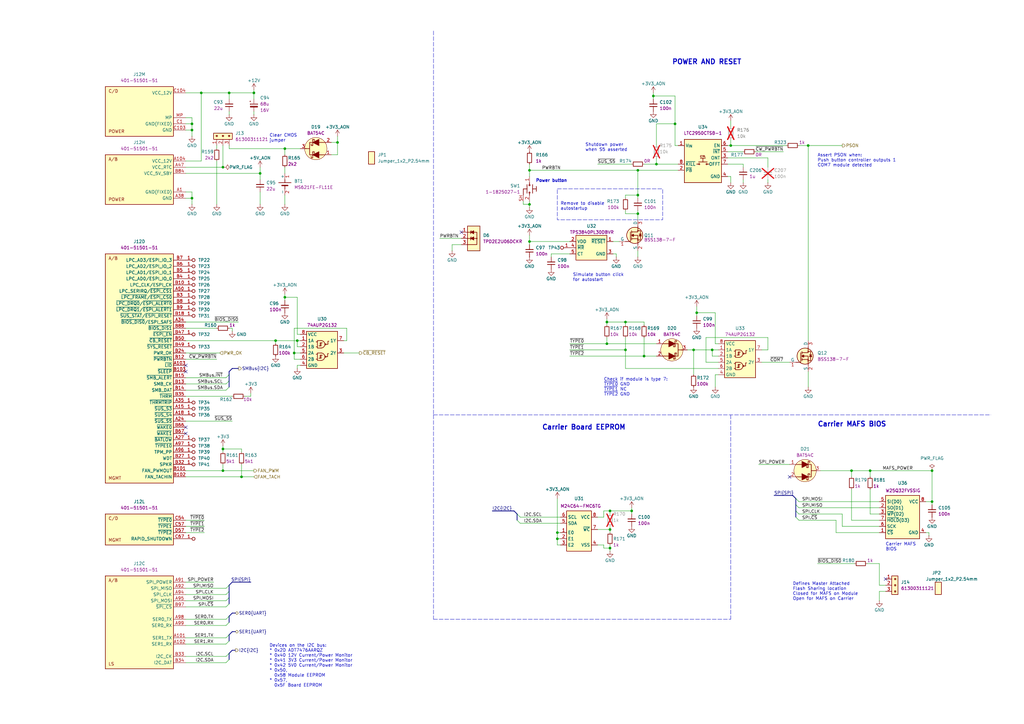
<source format=kicad_sch>
(kicad_sch (version 20231120) (generator "eeschema") (generator_version "8.0")
  (paper "A3")
  (title_block (title "Com Express 7 baseboard") (date "2024-03-28") (rev "1.1.0") (company "Antmicro Ltd."))
  (lib_symbols
    (symbol "antmicroB2BConnectors:Plug_Bus_CE7_EPT_401-51501-51"
      (property "Reference" "J" (at 53.34 -2.54 0))
      (property "MPN" "401-51501-51" (at 53.34 -5.08 0))
      (symbol "Plug_Bus_CE7_EPT_401-51501-51_1_1"
        (text "A/B" (at -31.75 0 0) (effects (font (size 1.27 1.27)) (justify left bottom)))
        (text "NCSI" (at -31.75 -24.13 0) (effects (font (size 1.27 1.27)) (justify left bottom)))
        (pin output line (at 0 0 180) (length 5.08) (name "NCSI_TX_EN") (number "A84"))
        (pin input line (at 0 -17.78 180) (length 5.08) (name "NCSI_RX_ER") (number "B89"))
        (pin input line (at 0 -20.32 180) (length 5.08) (name "NCSI_CLK_IN") (number "B91"))
        (pin input line (at 0 -5.08 180) (length 5.08) (name "NCSI_RXD1") (number "B92"))
        (pin input line (at 0 -2.54 180) (length 5.08) (name "NCSI_RXD0") (number "B93"))
        (pin output line (at 0 -22.86 180) (length 5.08) (name "NCSI_CRS_DV") (number "B94"))
        (pin output line (at 0 -10.16 180) (length 5.08) (name "NCSI_TXD1") (number "B95"))
        (pin output line (at 0 -7.62 180) (length 5.08) (name "NCSI_TXD0") (number "B96"))
        (pin input line (at 0 -12.7 180) (length 5.08) (name "NCSI_ARB_IN") (number "B98"))
        (pin output line (at 0 -15.24 180) (length 5.08) (name "NCSI_ARB_OUT") (number "B99"))
      )
      (symbol "Plug_Bus_CE7_EPT_401-51501-51_2_1"
        (text "A/B" (at -31.75 0 0) (effects (font (size 1.27 1.27)) (justify left bottom)))
        (text "GBE0" (at -31.75 -49.53 0) (effects (font (size 1.27 1.27)) (justify left bottom)))
        (pin bidirectional line (at 0 -20.32 180) (length 5.08) (name "GBE0_MDI1+") (number "A10"))
        (pin bidirectional line (at 0 -30.48 180) (length 5.08) (name "GBE0_MDI0-") (number "A12"))
        (pin bidirectional line (at 0 -27.94 180) (length 5.08) (name "GBE0_MDI0+") (number "A13"))
        (pin passive line (at 0 0 180) (length 5.08) (name "GBE0_CTREF") (number "A14"))
        (pin bidirectional line (at 0 -7.62 180) (length 5.08) (name "GBE0_MDI3-") (number "A2"))
        (pin bidirectional line (at 0 -5.08 180) (length 5.08) (name "GBE0_MDI3+") (number "A3"))
        (pin output line (at 0 -38.1 180) (length 5.08) (name "~{GBE0_LINK100}") (number "A4"))
        (pin bidirectional line (at 0 -48.26 180) (length 5.08) (name "GBE0_SDP") (number "A49"))
        (pin output line (at 0 -35.56 180) (length 5.08) (name "~{GBE0_LINK1000}") (number "A5"))
        (pin bidirectional line (at 0 -15.24 180) (length 5.08) (name "GBE0_MDI2-") (number "A6"))
        (pin bidirectional line (at 0 -12.7 180) (length 5.08) (name "GBE0_MDI2+") (number "A7"))
        (pin output line (at 0 -40.64 180) (length 5.08) (name "~{GBE0_LINK}") (number "A8"))
        (pin bidirectional line (at 0 -22.86 180) (length 5.08) (name "GBE0_MDI1-") (number "A9"))
        (pin output line (at 0 -43.18 180) (length 5.08) (name "~{GBE0_ACT}") (number "B2"))
      )
      (symbol "Plug_Bus_CE7_EPT_401-51501-51_3_1"
        (text "A/B" (at -31.75 0 0) (effects (font (size 1.27 1.27)) (justify left bottom)))
        (text "LS" (at -31.75 -34.29 0) (effects (font (size 1.27 1.27)) (justify left bottom)))
        (pin output line (at 0 -22.86 180) (length 5.08) (name "SER1_TX") (number "A101"))
        (pin input line (at 0 -25.4 180) (length 5.08) (name "SER1_RX") (number "A102"))
        (pin power_out line (at 0 0 180) (length 5.08) (name "SPI_POWER") (number "A91"))
        (pin input line (at 0 -2.54 180) (length 5.08) (name "SPI_MISO") (number "A92"))
        (pin output line (at 0 -5.08 180) (length 5.08) (name "SPI_CLK") (number "A94"))
        (pin output line (at 0 -7.62 180) (length 5.08) (name "SPI_MOSI") (number "A95"))
        (pin output line (at 0 -15.24 180) (length 5.08) (name "SER0_TX") (number "A98"))
        (pin input line (at 0 -17.78 180) (length 5.08) (name "SER0_RX") (number "A99"))
        (pin open_collector line (at 0 -30.48 180) (length 5.08) (name "I2C_CK") (number "B33"))
        (pin open_collector line (at 0 -33.02 180) (length 5.08) (name "I2C_DAT") (number "B34"))
        (pin output line (at 0 -10.16 180) (length 5.08) (name "~{SPI_CS}") (number "B97"))
      )
      (symbol "Plug_Bus_CE7_EPT_401-51501-51_4_1"
        (text "A/B" (at -31.75 0 0) (effects (font (size 1.27 1.27)) (justify left bottom)))
        (text "MGMT" (at -31.75 -90.17 0) (effects (font (size 1.27 1.27)) (justify left bottom)))
        (pin input line (at 0 -43.18 180) (length 5.08) (name "~{LID}") (number "A103"))
        (pin output line (at 0 -60.96 180) (length 5.08) (name "~{SUS_S3}") (number "A15"))
        (pin output line (at 0 -63.5 180) (length 5.08) (name "~{SUS_S4}") (number "A18"))
        (pin output line (at 0 -66.04 180) (length 5.08) (name "~{SUS_S5}") (number "A24"))
        (pin input line (at 0 -73.66 180) (length 5.08) (name "~{BATLOW}") (number "A27"))
        (pin input line (at 0 -25.4 180) (length 5.08) (name "~{BIOS_DIS0}/ESPI_SAFS") (number "A34"))
        (pin output line (at 0 -58.42 180) (length 5.08) (name "~{THRMTRIP}") (number "A35"))
        (pin bidirectional line (at 0 -12.7 180) (length 5.08) (name "LPC_SERIRQ/~{ESPI_CS1}") (number "A50"))
        (pin input line (at 0 -78.74 180) (length 5.08) (name "TPM_PP") (number "A96"))
        (pin passive line (at 0 -76.2 180) (length 5.08) (name "~{TYPE10}") (number "A97"))
        (pin output line (at 0 -10.16 180) (length 5.08) (name "LPC_CLK/ESPI_CK") (number "B10"))
        (pin output line (at 0 -86.36 180) (length 5.08) (name "FAN_PWMOUT") (number "B101"))
        (pin input line (at 0 -88.9 180) (length 5.08) (name "FAN_TACHIN") (number "B102"))
        (pin input line (at 0 -45.72 180) (length 5.08) (name "~{SLEEP}") (number "B103"))
        (pin input line (at 0 -40.64 180) (length 5.08) (name "~{PWRBTN}") (number "B12"))
        (pin open_collector line (at 0 -50.8 180) (length 5.08) (name "SMB_CK") (number "B13"))
        (pin open_collector line (at 0 -53.34 180) (length 5.08) (name "SMB_DAT") (number "B14"))
        (pin input line (at 0 -48.26 180) (length 5.08) (name "~{SMB_ALERT}") (number "B15"))
        (pin output line (at 0 -22.86 180) (length 5.08) (name "~{SUS_STAT}/~{ESPI_RESET}") (number "B18"))
        (pin input line (at 0 -38.1 180) (length 5.08) (name "PWR_OK") (number "B24"))
        (pin output line (at 0 -81.28 180) (length 5.08) (name "WDT") (number "B27"))
        (pin bidirectional line (at 0 -15.24 180) (length 5.08) (name "~{LPC_FRAME}/~{ESPI_CS0}") (number "B3"))
        (pin output line (at 0 -83.82 180) (length 5.08) (name "SPKR") (number "B32"))
        (pin input line (at 0 -55.88 180) (length 5.08) (name "~{THRM}") (number "B35"))
        (pin bidirectional line (at 0 -7.62 180) (length 5.08) (name "LPC_AD0/ESPI_IO_0") (number "B4"))
        (pin input line (at 0 -30.48 180) (length 5.08) (name "~{ESPI_EN}") (number "B47"))
        (pin input line (at 0 -35.56 180) (length 5.08) (name "~{SYS_RESET}") (number "B49"))
        (pin bidirectional line (at 0 -5.08 180) (length 5.08) (name "LPC_AD1/ESPI_IO_1") (number "B5"))
        (pin output line (at 0 -33.02 180) (length 5.08) (name "~{CB_RESET}") (number "B50"))
        (pin bidirectional line (at 0 -2.54 180) (length 5.08) (name "LPC_AD2/ESPI_IO_2") (number "B6"))
        (pin input line (at 0 -68.58 180) (length 5.08) (name "~{WAKE0}") (number "B66"))
        (pin input line (at 0 -71.12 180) (length 5.08) (name "~{WAKE1}") (number "B67"))
        (pin bidirectional line (at 0 0 180) (length 5.08) (name "LPC_AD3/ESPI_IO_3") (number "B7"))
        (pin input line (at 0 -17.78 180) (length 5.08) (name "~{LPC_DRQ0}/~{ESPI_ALERT0}") (number "B8"))
        (pin input line (at 0 -27.94 180) (length 5.08) (name "~{BIOS_DIS1}") (number "B88"))
        (pin input line (at 0 -20.32 180) (length 5.08) (name "~{LPC_DRQ1}/~{ESPI_ALERT1}") (number "B9"))
      )
      (symbol "Plug_Bus_CE7_EPT_401-51501-51_5_1"
        (text "A/B" (at -31.75 0 0) (effects (font (size 1.27 1.27)) (justify left bottom)))
        (text "GPIO" (at -31.75 -19.05 0) (effects (font (size 1.27 1.27)) (justify left bottom)))
        (pin input line (at 0 -10.16 180) (length 5.08) (name "GPI0") (number "A54"))
        (pin input line (at 0 -12.7 180) (length 5.08) (name "GPI1") (number "A63"))
        (pin input line (at 0 -15.24 180) (length 5.08) (name "GPI2") (number "A67"))
        (pin input line (at 0 -17.78 180) (length 5.08) (name "GPI3") (number "A85"))
        (pin output line (at 0 0 180) (length 5.08) (name "GPO0") (number "A93"))
        (pin output line (at 0 -2.54 180) (length 5.08) (name "GPO1") (number "B54"))
        (pin output line (at 0 -5.08 180) (length 5.08) (name "GPO2") (number "B57"))
        (pin output line (at 0 -7.62 180) (length 5.08) (name "GPO3") (number "B63"))
      )
      (symbol "Plug_Bus_CE7_EPT_401-51501-51_6_1"
        (text "A/B" (at -31.75 0 0) (effects (font (size 1.27 1.27)) (justify left bottom)))
        (text "SATA" (at -31.75 -31.75 0) (effects (font (size 1.27 1.27)) (justify left bottom)))
        (pin output line (at 0 0 180) (length 5.08) (name "SATA0_TX+") (number "A16"))
        (pin output line (at 0 -2.54 180) (length 5.08) (name "SATA0_TX-") (number "A17"))
        (pin input line (at 0 -7.62 180) (length 5.08) (name "SATA0_RX+") (number "A19"))
        (pin input line (at 0 -10.16 180) (length 5.08) (name "SATA0_RX-") (number "A20"))
        (pin bidirectional line (at 0 -30.48 180) (length 5.08) (name "~{(S)ATA_ACT}") (number "A28"))
        (pin output line (at 0 -15.24 180) (length 5.08) (name "SATA1_TX+") (number "B16"))
        (pin output line (at 0 -17.78 180) (length 5.08) (name "SATA1_TX-") (number "B17"))
        (pin input line (at 0 -22.86 180) (length 5.08) (name "SATA1_RX+") (number "B19"))
        (pin input line (at 0 -25.4 180) (length 5.08) (name "SATA1_RX-") (number "B20"))
      )
      (symbol "Plug_Bus_CE7_EPT_401-51501-51_7_1"
        (text "A/B" (at -31.75 0 0) (effects (font (size 1.27 1.27)) (justify left bottom)))
        (text "USB" (at -31.75 -36.83 0) (effects (font (size 1.27 1.27)) (justify left bottom)))
        (pin bidirectional line (at 0 -10.16 180) (length 5.08) (name "USB2-") (number "A42"))
        (pin bidirectional line (at 0 -7.62 180) (length 5.08) (name "USB2+") (number "A43"))
        (pin input line (at 0 -35.56 180) (length 5.08) (name "~{USB_2_3_OC}") (number "A44"))
        (pin bidirectional line (at 0 -25.4 180) (length 5.08) (name "USB0-") (number "A45"))
        (pin bidirectional line (at 0 -22.86 180) (length 5.08) (name "USB0+") (number "A46"))
        (pin bidirectional line (at 0 -2.54 180) (length 5.08) (name "USB3-") (number "B42"))
        (pin bidirectional line (at 0 0 180) (length 5.08) (name "USB3+") (number "B43"))
        (pin input line (at 0 -33.02 180) (length 5.08) (name "~{USB_0_1_OC}") (number "B44"))
        (pin bidirectional line (at 0 -17.78 180) (length 5.08) (name "USB1-") (number "B45"))
        (pin bidirectional line (at 0 -15.24 180) (length 5.08) (name "USB1+") (number "B46"))
        (pin input line (at 0 -30.48 180) (length 5.08) (name "USB0_HOST_PRSNT") (number "B48"))
      )
      (symbol "Plug_Bus_CE7_EPT_401-51501-51_8_1"
        (text "A/B" (at -31.75 0 0) (effects (font (size 1.27 1.27)) (justify left bottom)))
        (text "POWER" (at -31.75 -16.51 0) (effects (font (size 1.27 1.27)) (justify left bottom)))
        (pin power_in line (at 0 -12.7 180) (length 5.08) (name "GND(FIXED)") (number "A1"))
        (pin passive line (at 0 -12.7 180) (length 5.08) hide (name "GND(FIXED)") (number "A100"))
        (pin power_in line (at 0 0 180) (length 5.08) (name "VCC_12V") (number "A104"))
        (pin passive line (at 0 0 180) (length 5.08) hide (name "VCC_12V") (number "A105"))
        (pin passive line (at 0 0 180) (length 5.08) hide (name "VCC_12V") (number "A106"))
        (pin passive line (at 0 0 180) (length 5.08) hide (name "VCC_12V") (number "A107"))
        (pin passive line (at 0 0 180) (length 5.08) hide (name "VCC_12V") (number "A108"))
        (pin passive line (at 0 0 180) (length 5.08) hide (name "VCC_12V") (number "A109"))
        (pin passive line (at 0 -12.7 180) (length 5.08) hide (name "GND(FIXED)") (number "A11"))
        (pin passive line (at 0 -12.7 180) (length 5.08) hide (name "GND(FIXED)") (number "A110"))
        (pin passive line (at 0 -12.7 180) (length 5.08) hide (name "GND(FIXED)") (number "A21"))
        (pin no_connect line (at -33.02 -2.54 0) (length 5.08) hide (name "RSVD") (number "A29"))
        (pin no_connect line (at -33.02 -3.81 0) (length 5.08) hide (name "RSVD") (number "A30"))
        (pin passive line (at 0 -12.7 180) (length 5.08) hide (name "GND(FIXED)") (number "A31"))
        (pin no_connect line (at -33.02 -5.08 0) (length 5.08) hide (name "RSVD") (number "A32"))
        (pin no_connect line (at -33.02 -6.35 0) (length 5.08) hide (name "RSVD") (number "A33"))
        (pin power_in line (at 0 -15.24 180) (length 5.08) (name "GND") (number "A38"))
        (pin passive line (at 0 -12.7 180) (length 5.08) hide (name "GND(FIXED)") (number "A41"))
        (pin power_in line (at 0 -2.54 180) (length 5.08) (name "VCC_RTC") (number "A47"))
        (pin no_connect line (at -33.02 -7.62 0) (length 5.08) hide (name "RSVD") (number "A48"))
        (pin passive line (at 0 -12.7 180) (length 5.08) hide (name "GND(FIXED)") (number "A51"))
        (pin passive line (at 0 -15.24 180) (length 5.08) hide (name "GND") (number "A57"))
        (pin passive line (at 0 -12.7 180) (length 5.08) hide (name "GND(FIXED)") (number "A60"))
        (pin passive line (at 0 -15.24 180) (length 5.08) hide (name "GND") (number "A66"))
        (pin passive line (at 0 -12.7 180) (length 5.08) hide (name "GND(FIXED)") (number "A70"))
        (pin passive line (at 0 -15.24 180) (length 5.08) hide (name "GND") (number "A73"))
        (pin passive line (at 0 -15.24 180) (length 5.08) hide (name "GND") (number "A76"))
        (pin passive line (at 0 -15.24 180) (length 5.08) hide (name "GND") (number "A79"))
        (pin passive line (at 0 -12.7 180) (length 5.08) hide (name "GND(FIXED)") (number "A80"))
        (pin passive line (at 0 -15.24 180) (length 5.08) hide (name "GND") (number "A83"))
        (pin no_connect line (at -33.02 -8.89 0) (length 5.08) hide (name "RSVD") (number "A86"))
        (pin no_connect line (at -33.02 -10.16 0) (length 5.08) hide (name "RSVD") (number "A87"))
        (pin passive line (at 0 -12.7 180) (length 5.08) hide (name "GND(FIXED)") (number "A90"))
        (pin passive line (at 0 -12.7 180) (length 5.08) hide (name "GND(FIXED)") (number "B1"))
        (pin passive line (at 0 -12.7 180) (length 5.08) hide (name "GND(FIXED)") (number "B100"))
        (pin passive line (at 0 0 180) (length 5.08) hide (name "VCC_12V") (number "B104"))
        (pin passive line (at 0 0 180) (length 5.08) hide (name "VCC_12V") (number "B105"))
        (pin passive line (at 0 0 180) (length 5.08) hide (name "VCC_12V") (number "B106"))
        (pin passive line (at 0 0 180) (length 5.08) hide (name "VCC_12V") (number "B107"))
        (pin passive line (at 0 0 180) (length 5.08) hide (name "VCC_12V") (number "B108"))
        (pin passive line (at 0 0 180) (length 5.08) hide (name "VCC_12V") (number "B109"))
        (pin passive line (at 0 -12.7 180) (length 5.08) hide (name "GND(FIXED)") (number "B11"))
        (pin passive line (at 0 -12.7 180) (length 5.08) hide (name "GND(FIXED)") (number "B110"))
        (pin passive line (at 0 -12.7 180) (length 5.08) hide (name "GND(FIXED)") (number "B21"))
        (pin no_connect line (at -33.02 -11.43 0) (length 5.08) hide (name "RSVD") (number "B28"))
        (pin no_connect line (at -33.02 -12.7 0) (length 5.08) hide (name "RSVD") (number "B29"))
        (pin no_connect line (at -33.02 -13.97 0) (length 5.08) hide (name "RSVD") (number "B30"))
        (pin passive line (at 0 -12.7 180) (length 5.08) hide (name "GND(FIXED)") (number "B31"))
        (pin passive line (at 0 -15.24 180) (length 5.08) hide (name "GND") (number "B38"))
        (pin passive line (at 0 -12.7 180) (length 5.08) hide (name "GND(FIXED)") (number "B41"))
        (pin passive line (at 0 -12.7 180) (length 5.08) hide (name "GND(FIXED)") (number "B51"))
        (pin passive line (at 0 -12.7 180) (length 5.08) hide (name "GND(FIXED)") (number "B60"))
        (pin passive line (at 0 -12.7 180) (length 5.08) hide (name "GND(FIXED)") (number "B70"))
        (pin passive line (at 0 -15.24 180) (length 5.08) hide (name "GND") (number "B73"))
        (pin passive line (at 0 -15.24 180) (length 5.08) hide (name "GND") (number "B76"))
        (pin passive line (at 0 -15.24 180) (length 5.08) hide (name "GND") (number "B79"))
        (pin passive line (at 0 -12.7 180) (length 5.08) hide (name "GND(FIXED)") (number "B80"))
        (pin passive line (at 0 -15.24 180) (length 5.08) hide (name "GND") (number "B83"))
        (pin power_in line (at 0 -5.08 180) (length 5.08) (name "VCC_5V_SBY") (number "B84"))
        (pin passive line (at 0 -5.08 180) (length 5.08) hide (name "VCC_5V_SBY") (number "B85"))
        (pin passive line (at 0 -5.08 180) (length 5.08) hide (name "VCC_5V_SBY") (number "B86"))
        (pin passive line (at 0 -5.08 180) (length 5.08) hide (name "VCC_5V_SBY") (number "B87"))
        (pin passive line (at 0 -12.7 180) (length 5.08) hide (name "GND(FIXED)") (number "B90"))
      )
      (symbol "Plug_Bus_CE7_EPT_401-51501-51_9_1"
        (text "A/B" (at -31.75 0 0) (effects (font (size 1.27 1.27)) (justify left bottom)))
        (text "PCIe" (at -31.75 -118.11 0) (effects (font (size 1.27 1.27)) (justify left bottom)))
        (pin output line (at 0 0 180) (length 5.08) (name "PCIE_TX15+") (number "A22"))
        (pin output line (at 0 -2.54 180) (length 5.08) (name "PCIE_TX15-") (number "A23"))
        (pin output line (at 0 -15.24 180) (length 5.08) (name "PCIE_TX14+") (number "A25"))
        (pin output line (at 0 -17.78 180) (length 5.08) (name "PCIE_TX14-") (number "A26"))
        (pin output line (at 0 -30.48 180) (length 5.08) (name "PCIE_TX13+") (number "A36"))
        (pin output line (at 0 -33.02 180) (length 5.08) (name "PCIE_TX13-") (number "A37"))
        (pin output line (at 0 -45.72 180) (length 5.08) (name "PCIE_TX12+") (number "A39"))
        (pin output line (at 0 -48.26 180) (length 5.08) (name "PCIE_TX12-") (number "A40"))
        (pin output line (at 0 -106.68 180) (length 5.08) (name "PCIE_TX8+") (number "A71"))
        (pin output line (at 0 -109.22 180) (length 5.08) (name "PCIE_TX8-") (number "A72"))
        (pin output line (at 0 -91.44 180) (length 5.08) (name "PCIE_TX9+") (number "A74"))
        (pin output line (at 0 -93.98 180) (length 5.08) (name "PCIE_TX9-") (number "A75"))
        (pin output line (at 0 -76.2 180) (length 5.08) (name "PCIE_TX10+") (number "A77"))
        (pin output line (at 0 -78.74 180) (length 5.08) (name "PCIE_TX10-") (number "A78"))
        (pin output line (at 0 -60.96 180) (length 5.08) (name "PCIE_TX11+") (number "A81"))
        (pin output line (at 0 -63.5 180) (length 5.08) (name "PCIE_TX11-") (number "A82"))
        (pin input line (at 0 -7.62 180) (length 5.08) (name "PCIE_RX15+") (number "B22"))
        (pin input line (at 0 -10.16 180) (length 5.08) (name "PCIE_RX15-") (number "B23"))
        (pin input line (at 0 -22.86 180) (length 5.08) (name "PCIE_RX14+") (number "B25"))
        (pin input line (at 0 -25.4 180) (length 5.08) (name "PCIE_RX14-") (number "B26"))
        (pin input line (at 0 -38.1 180) (length 5.08) (name "PCIE_RX13+") (number "B36"))
        (pin input line (at 0 -40.64 180) (length 5.08) (name "PCIE_RX13-") (number "B37"))
        (pin input line (at 0 -53.34 180) (length 5.08) (name "PCIE_RX12+") (number "B39"))
        (pin input line (at 0 -55.88 180) (length 5.08) (name "PCIE_RX12-") (number "B40"))
        (pin input line (at 0 -114.3 180) (length 5.08) (name "PCIE_RX8+") (number "B71"))
        (pin input line (at 0 -116.84 180) (length 5.08) (name "PCIE_RX8-") (number "B72"))
        (pin input line (at 0 -99.06 180) (length 5.08) (name "PCIE_RX9+") (number "B74"))
        (pin input line (at 0 -101.6 180) (length 5.08) (name "PCIE_RX9-") (number "B75"))
        (pin input line (at 0 -83.82 180) (length 5.08) (name "PCIE_RX10+") (number "B77"))
        (pin input line (at 0 -86.36 180) (length 5.08) (name "PCIE_RX10-") (number "B78"))
        (pin input line (at 0 -68.58 180) (length 5.08) (name "PCIE_RX11+") (number "B81"))
        (pin input line (at 0 -71.12 180) (length 5.08) (name "PCIE_RX11-") (number "B82"))
      )
      (symbol "Plug_Bus_CE7_EPT_401-51501-51_10_1"
        (text "C/D" (at -31.75 0 0) (effects (font (size 1.27 1.27)) (justify left bottom)))
        (text "USBSS" (at -31.75 -57.15 0) (effects (font (size 1.27 1.27)) (justify left bottom)))
        (pin input line (at 0 -22.86 180) (length 5.08) (name "USB_SSRX2+") (number "C10"))
        (pin input line (at 0 -10.16 180) (length 5.08) (name "USB_SSRX3-") (number "C12"))
        (pin input line (at 0 -7.62 180) (length 5.08) (name "USB_SSRX3+") (number "C13"))
        (pin input line (at 0 -55.88 180) (length 5.08) (name "USB_SSRX0-") (number "C3"))
        (pin input line (at 0 -53.34 180) (length 5.08) (name "USB_SSRX0+") (number "C4"))
        (pin input line (at 0 -40.64 180) (length 5.08) (name "USB_SSRX1-") (number "C6"))
        (pin input line (at 0 -38.1 180) (length 5.08) (name "USB_SSRX1+") (number "C7"))
        (pin input line (at 0 -25.4 180) (length 5.08) (name "USB_SSRX2-") (number "C9"))
        (pin output line (at 0 -15.24 180) (length 5.08) (name "USB_SSTX2+") (number "D10"))
        (pin output line (at 0 -2.54 180) (length 5.08) (name "USB_SSTX3-") (number "D12"))
        (pin output line (at 0 0 180) (length 5.08) (name "USB_SSTX3+") (number "D13"))
        (pin output line (at 0 -48.26 180) (length 5.08) (name "USB_SSTX0-") (number "D3"))
        (pin output line (at 0 -45.72 180) (length 5.08) (name "USB_SSTX0+") (number "D4"))
        (pin output line (at 0 -33.02 180) (length 5.08) (name "USB_SSTX1-") (number "D6"))
        (pin output line (at 0 -30.48 180) (length 5.08) (name "USB_SSTX1+") (number "D7"))
        (pin output line (at 0 -17.78 180) (length 5.08) (name "USB_SSTX2-") (number "D9"))
      )
      (symbol "Plug_Bus_CE7_EPT_401-51501-51_11_1"
        (text "10GBaseKR" (at -31.75 -153.67 0) (effects (font (size 1.27 1.27)) (justify left bottom)))
        (text "C/D" (at -31.75 0 0) (effects (font (size 1.27 1.27)) (justify left bottom)))
        (pin open_collector line (at 0 -129.54 180) (length 5.08) (name "10G_PHY_MDC_SCL3") (number "C15"))
        (pin open_collector line (at 0 -114.3 180) (length 5.08) (name "10G_PHY_MDC_SCL2") (number "C16"))
        (pin bidirectional line (at 0 -142.24 180) (length 5.08) (name "10G_SDP2") (number "C17"))
        (pin input line (at 0 -116.84 180) (length 5.08) (name "10G_INT2") (number "C24"))
        (pin input line (at 0 -7.62 180) (length 5.08) (name "10G_KR_RX3+") (number "C26"))
        (pin input line (at 0 -10.16 180) (length 5.08) (name "10G_KR_RX3-") (number "C27"))
        (pin input line (at 0 -22.86 180) (length 5.08) (name "10G_KR_RX2+") (number "C29"))
        (pin input line (at 0 -25.4 180) (length 5.08) (name "10G_KR_RX2-") (number "C30"))
        (pin open_collector line (at 0 -121.92 180) (length 5.08) (name "10G_SFP_SDA3") (number "C32"))
        (pin open_collector line (at 0 -106.68 180) (length 5.08) (name "10G_SFP_SDA2") (number "C33"))
        (pin output line (at 0 -99.06 180) (length 5.08) (name "10G_PHY_RST_23") (number "C34"))
        (pin output line (at 0 -60.96 180) (length 5.08) (name "10G_PHY_RST_01") (number "C35"))
        (pin open_collector line (at 0 -149.86 180) (length 5.08) (name "10G_LED_SDA") (number "C36"))
        (pin open_collector line (at 0 -152.4 180) (length 5.08) (name "10G_LED_SCL") (number "C37"))
        (pin open_collector line (at 0 -83.82 180) (length 5.08) (name "10G_SFP_SDA1") (number "C38"))
        (pin open_collector line (at 0 -68.58 180) (length 5.08) (name "10G_SFP_SDA0") (number "C39"))
        (pin bidirectional line (at 0 -137.16 180) (length 5.08) (name "10G_SDP0") (number "C40"))
        (pin input line (at 0 -38.1 180) (length 5.08) (name "10G_KR_RX1+") (number "C42"))
        (pin input line (at 0 -40.64 180) (length 5.08) (name "10G_KR_RX1-") (number "C43"))
        (pin open_collector line (at 0 -91.44 180) (length 5.08) (name "10G_PHY_MDC_SCL1") (number "C45"))
        (pin open_collector line (at 0 -76.2 180) (length 5.08) (name "10G_PHY_MDC_SCL0") (number "C46"))
        (pin input line (at 0 -78.74 180) (length 5.08) (name "10G_INT0") (number "C47"))
        (pin input line (at 0 -53.34 180) (length 5.08) (name "10G_KR_RX0+") (number "C49"))
        (pin input line (at 0 -55.88 180) (length 5.08) (name "10G_KR_RX0-") (number "C50"))
        (pin open_collector line (at 0 -127 180) (length 5.08) (name "10G_PHY_MDIO_SDA3") (number "D15"))
        (pin open_collector line (at 0 -111.76 180) (length 5.08) (name "10G_PHY_MDIO_SDA2") (number "D16"))
        (pin bidirectional line (at 0 -144.78 180) (length 5.08) (name "10G_SDP3") (number "D17"))
        (pin input line (at 0 -132.08 180) (length 5.08) (name "10G_INT3") (number "D24"))
        (pin output line (at 0 0 180) (length 5.08) (name "10G_KR_TX3+") (number "D26"))
        (pin output line (at 0 -2.54 180) (length 5.08) (name "10G_KR_TX3-") (number "D27"))
        (pin output line (at 0 -15.24 180) (length 5.08) (name "10G_KR_TX2+") (number "D29"))
        (pin output line (at 0 -17.78 180) (length 5.08) (name "10G_KR_TX2-") (number "D30"))
        (pin open_collector line (at 0 -124.46 180) (length 5.08) (name "10G_SFP_SCL3") (number "D32"))
        (pin open_collector line (at 0 -109.22 180) (length 5.08) (name "10G_SFP_SCL2") (number "D33"))
        (pin input line (at 0 -101.6 180) (length 5.08) (name "10G_PHY_CAP_23") (number "D34"))
        (pin input line (at 0 -63.5 180) (length 5.08) (name "10G_PHY_CAP_01") (number "D35"))
        (pin open_collector line (at 0 -86.36 180) (length 5.08) (name "10G_SFP_SCL1") (number "D38"))
        (pin open_collector line (at 0 -71.12 180) (length 5.08) (name "10G_SFP_SCL0") (number "D39"))
        (pin bidirectional line (at 0 -139.7 180) (length 5.08) (name "10G_SDP1") (number "D40"))
        (pin output line (at 0 -30.48 180) (length 5.08) (name "10G_KR_TX1+") (number "D42"))
        (pin output line (at 0 -33.02 180) (length 5.08) (name "10G_KR_TX1-") (number "D43"))
        (pin open_collector line (at 0 -88.9 180) (length 5.08) (name "10G_PHY_MDIO_SDA1") (number "D45"))
        (pin open_collector line (at 0 -73.66 180) (length 5.08) (name "10G_PHY_MDIO_SDA0") (number "D46"))
        (pin input line (at 0 -93.98 180) (length 5.08) (name "10G_INT1") (number "D47"))
        (pin output line (at 0 -45.72 180) (length 5.08) (name "10G_KR_TX0+") (number "D49"))
        (pin output line (at 0 -48.26 180) (length 5.08) (name "10G_KR_TX0-") (number "D50"))
      )
      (symbol "Plug_Bus_CE7_EPT_401-51501-51_12_1"
        (text "C/D" (at -31.75 0 0) (effects (font (size 1.27 1.27)) (justify left bottom)))
        (text "MGMT" (at -31.75 -8.89 0) (effects (font (size 1.27 1.27)) (justify left bottom)))
        (pin passive line (at 0 0 180) (length 5.08) (name "~{TYPE0}") (number "C54"))
        (pin passive line (at 0 -2.54 180) (length 5.08) (name "~{TYPE1}") (number "C57"))
        (pin input line (at 0 -7.62 180) (length 5.08) (name "RAPID_SHUTDOWN") (number "C67"))
        (pin passive line (at 0 -5.08 180) (length 5.08) (name "~{TYPE2}") (number "D57"))
      )
      (symbol "Plug_Bus_CE7_EPT_401-51501-51_13_1"
        (text "C/D" (at -31.75 0 0) (effects (font (size 1.27 1.27)) (justify left bottom)))
        (text "POWER" (at -31.75 -16.51 0) (effects (font (size 1.27 1.27)) (justify left bottom)))
        (pin power_in line (at 0 -12.7 180) (length 5.08) (name "GND(FIXED)") (number "C1"))
        (pin passive line (at 0 -12.7 180) (length 5.08) hide (name "GND(FIXED)") (number "C100"))
        (pin power_in line (at 0 -15.24 180) (length 5.08) (name "GND") (number "C103"))
        (pin power_in line (at 0 0 180) (length 5.08) (name "VCC_12V") (number "C104"))
        (pin passive line (at 0 0 180) (length 5.08) hide (name "VCC_12V") (number "C105"))
        (pin passive line (at 0 0 180) (length 5.08) hide (name "VCC_12V") (number "C106"))
        (pin passive line (at 0 0 180) (length 5.08) hide (name "VCC_12V") (number "C107"))
        (pin passive line (at 0 0 180) (length 5.08) hide (name "VCC_12V") (number "C108"))
        (pin passive line (at 0 0 180) (length 5.08) hide (name "VCC_12V") (number "C109"))
        (pin passive line (at 0 -12.7 180) (length 5.08) hide (name "GND(FIXED)") (number "C11"))
        (pin passive line (at 0 -12.7 180) (length 5.08) hide (name "GND(FIXED)") (number "C110"))
        (pin passive line (at 0 -15.24 180) (length 5.08) hide (name "GND") (number "C14"))
        (pin passive line (at 0 -15.24 180) (length 5.08) hide (name "GND") (number "C18"))
        (pin passive line (at 0 -15.24 180) (length 5.08) hide (name "GND") (number "C2"))
        (pin passive line (at 0 -12.7 180) (length 5.08) hide (name "GND(FIXED)") (number "C21"))
        (pin passive line (at 0 -15.24 180) (length 5.08) hide (name "GND") (number "C25"))
        (pin passive line (at 0 -15.24 180) (length 5.08) hide (name "GND") (number "C28"))
        (pin passive line (at 0 -12.7 180) (length 5.08) hide (name "GND(FIXED)") (number "C31"))
        (pin passive line (at 0 -12.7 180) (length 5.08) hide (name "GND(FIXED)") (number "C41"))
        (pin passive line (at 0 -15.24 180) (length 5.08) hide (name "GND") (number "C44"))
        (pin passive line (at 0 -15.24 180) (length 5.08) hide (name "GND") (number "C48"))
        (pin passive line (at 0 -15.24 180) (length 5.08) hide (name "GND") (number "C5"))
        (pin passive line (at 0 -12.7 180) (length 5.08) hide (name "GND(FIXED)") (number "C51"))
        (pin passive line (at 0 -12.7 180) (length 5.08) hide (name "GND(FIXED)") (number "C60"))
        (pin no_connect line (at -33.02 -2.54 0) (length 5.08) hide (name "RSVD") (number "C63"))
        (pin no_connect line (at -33.02 -3.81 0) (length 5.08) hide (name "RSVD") (number "C64"))
        (pin passive line (at 0 -12.7 180) (length 5.08) hide (name "GND(FIXED)") (number "C70"))
        (pin passive line (at 0 -15.24 180) (length 5.08) hide (name "GND") (number "C73"))
        (pin passive line (at 0 -15.24 180) (length 5.08) hide (name "GND") (number "C76"))
        (pin no_connect line (at -33.02 -5.08 0) (length 5.08) hide (name "RSVD") (number "C77"))
        (pin passive line (at 0 -15.24 180) (length 5.08) hide (name "GND") (number "C8"))
        (pin passive line (at 0 -12.7 180) (length 5.08) hide (name "GND(FIXED)") (number "C80"))
        (pin no_connect line (at -33.02 -6.35 0) (length 5.08) hide (name "RSVD") (number "C83"))
        (pin passive line (at 0 -15.24 180) (length 5.08) hide (name "GND") (number "C84"))
        (pin passive line (at 0 -15.24 180) (length 5.08) hide (name "GND") (number "C87"))
        (pin passive line (at 0 -12.7 180) (length 5.08) hide (name "GND(FIXED)") (number "C90"))
        (pin passive line (at 0 -15.24 180) (length 5.08) hide (name "GND") (number "C93"))
        (pin passive line (at 0 -15.24 180) (length 5.08) hide (name "GND") (number "C96"))
        (pin no_connect line (at -33.02 -7.62 0) (length 5.08) hide (name "RSVD") (number "C97"))
        (pin passive line (at 0 -12.7 180) (length 5.08) hide (name "GND(FIXED)") (number "D1"))
        (pin passive line (at 0 -12.7 180) (length 5.08) hide (name "GND(FIXED)") (number "D100"))
        (pin passive line (at 0 -15.24 180) (length 5.08) hide (name "GND") (number "D103"))
        (pin passive line (at 0 0 180) (length 5.08) hide (name "VCC_12V") (number "D104"))
        (pin passive line (at 0 0 180) (length 5.08) hide (name "VCC_12V") (number "D105"))
        (pin passive line (at 0 0 180) (length 5.08) hide (name "VCC_12V") (number "D106"))
        (pin passive line (at 0 0 180) (length 5.08) hide (name "VCC_12V") (number "D107"))
        (pin passive line (at 0 0 180) (length 5.08) hide (name "VCC_12V") (number "D108"))
        (pin passive line (at 0 0 180) (length 5.08) hide (name "VCC_12V") (number "D109"))
        (pin passive line (at 0 -12.7 180) (length 5.08) hide (name "GND(FIXED)") (number "D11"))
        (pin passive line (at 0 -12.7 180) (length 5.08) hide (name "GND(FIXED)") (number "D110"))
        (pin passive line (at 0 -15.24 180) (length 5.08) hide (name "GND") (number "D14"))
        (pin passive line (at 0 -15.24 180) (length 5.08) hide (name "GND") (number "D18"))
        (pin passive line (at 0 -15.24 180) (length 5.08) hide (name "GND") (number "D2"))
        (pin passive line (at 0 -12.7 180) (length 5.08) hide (name "GND(FIXED)") (number "D21"))
        (pin passive line (at 0 -15.24 180) (length 5.08) hide (name "GND") (number "D25"))
        (pin passive line (at 0 -15.24 180) (length 5.08) hide (name "GND") (number "D28"))
        (pin passive line (at 0 -12.7 180) (length 5.08) hide (name "GND(FIXED)") (number "D31"))
        (pin no_connect line (at -33.02 -13.97 0) (length 5.08) hide (name "RSVD") (number "D36"))
        (pin no_connect line (at -33.02 -12.7 0) (length 5.08) hide (name "RSVD") (number "D37"))
        (pin passive line (at 0 -12.7 180) (length 5.08) hide (name "GND(FIXED)") (number "D41"))
        (pin passive line (at 0 -15.24 180) (length 5.08) hide (name "GND") (number "D44"))
        (pin passive line (at 0 -15.24 180) (length 5.08) hide (name "GND") (number "D48"))
        (pin passive line (at 0 -15.24 180) (length 5.08) hide (name "GND") (number "D5"))
        (pin passive line (at 0 -12.7 180) (length 5.08) hide (name "GND(FIXED)") (number "D51"))
        (pin no_connect line (at -33.02 -8.89 0) (length 5.08) hide (name "RSVD") (number "D54"))
        (pin passive line (at 0 -12.7 180) (length 5.08) hide (name "GND(FIXED)") (number "D60"))
        (pin no_connect line (at -33.02 -11.43 0) (length 5.08) hide (name "RSVD") (number "D63"))
        (pin no_connect line (at -33.02 -10.16 0) (length 5.08) hide (name "RSVD") (number "D64"))
        (pin passive line (at 0 -15.24 180) (length 5.08) hide (name "GND") (number "D67"))
        (pin passive line (at 0 -12.7 180) (length 5.08) hide (name "GND(FIXED)") (number "D70"))
        (pin passive line (at 0 -15.24 180) (length 5.08) hide (name "GND") (number "D73"))
        (pin passive line (at 0 -15.24 180) (length 5.08) hide (name "GND") (number "D76"))
        (pin no_connect line (at -33.02 0 0) (length 5.08) hide (name "RSVD") (number "D77"))
        (pin passive line (at 0 -15.24 180) (length 5.08) hide (name "GND") (number "D8"))
        (pin passive line (at 0 -12.7 180) (length 5.08) hide (name "GND(FIXED)") (number "D80"))
        (pin no_connect line (at -33.02 -15.24 0) (length 5.08) hide (name "RSVD") (number "D83"))
        (pin passive line (at 0 -15.24 180) (length 5.08) hide (name "GND") (number "D84"))
        (pin passive line (at 0 -15.24 180) (length 5.08) hide (name "GND") (number "D87"))
        (pin passive line (at 0 -12.7 180) (length 5.08) hide (name "GND(FIXED)") (number "D90"))
        (pin passive line (at 0 -15.24 180) (length 5.08) hide (name "GND") (number "D93"))
        (pin passive line (at 0 -15.24 180) (length 5.08) hide (name "GND") (number "D96"))
        (pin no_connect line (at -33.02 -1.27 0) (length 5.08) hide (name "RSVD") (number "D97"))
        (pin passive line (at 0 -10.16 180) (length 5.08) (name "MP") (number "MP"))
      )
      (symbol "Plug_Bus_CE7_EPT_401-51501-51_14_1"
        (text "C/D" (at -31.75 0 0) (effects (font (size 1.27 1.27)) (justify left bottom)))
        (text "PCIe" (at -31.75 -240.03 0) (effects (font (size 1.27 1.27)) (justify left bottom)))
        (pin input line (at 0 -7.62 180) (length 5.08) (name "PCIE_RX31+") (number "C101"))
        (pin input line (at 0 -10.16 180) (length 5.08) (name "PCIE_RX31-") (number "C102"))
        (pin input line (at 0 -236.22 180) (length 5.08) (name "PCIE_RX16+") (number "C52"))
        (pin input line (at 0 -238.76 180) (length 5.08) (name "PCIE_RX16-") (number "C53"))
        (pin input line (at 0 -220.98 180) (length 5.08) (name "PCIE_RX17+") (number "C55"))
        (pin input line (at 0 -223.52 180) (length 5.08) (name "PCIE_RX17-") (number "C56"))
        (pin input line (at 0 -205.74 180) (length 5.08) (name "PCIE_RX18+") (number "C58"))
        (pin input line (at 0 -208.28 180) (length 5.08) (name "PCIE_RX18-") (number "C59"))
        (pin input line (at 0 -190.5 180) (length 5.08) (name "PCIE_RX19+") (number "C61"))
        (pin input line (at 0 -193.04 180) (length 5.08) (name "PCIE_RX19-") (number "C62"))
        (pin input line (at 0 -175.26 180) (length 5.08) (name "PCIE_RX20+") (number "C65"))
        (pin input line (at 0 -177.8 180) (length 5.08) (name "PCIE_RX20-") (number "C66"))
        (pin input line (at 0 -160.02 180) (length 5.08) (name "PCIE_RX21+") (number "C68"))
        (pin input line (at 0 -162.56 180) (length 5.08) (name "PCIE_RX21-") (number "C69"))
        (pin input line (at 0 -144.78 180) (length 5.08) (name "PCIE_RX22+") (number "C71"))
        (pin input line (at 0 -147.32 180) (length 5.08) (name "PCIE_RX22-") (number "C72"))
        (pin input line (at 0 -129.54 180) (length 5.08) (name "PCIE_RX23+") (number "C74"))
        (pin input line (at 0 -132.08 180) (length 5.08) (name "PCIE_RX23-") (number "C75"))
        (pin input line (at 0 -114.3 180) (length 5.08) (name "PCIE_RX24+") (number "C78"))
        (pin input line (at 0 -116.84 180) (length 5.08) (name "PCIE_RX24-") (number "C79"))
        (pin input line (at 0 -99.06 180) (length 5.08) (name "PCIE_RX25+") (number "C81"))
        (pin input line (at 0 -101.6 180) (length 5.08) (name "PCIE_RX25-") (number "C82"))
        (pin input line (at 0 -83.82 180) (length 5.08) (name "PCIE_RX26+") (number "C85"))
        (pin input line (at 0 -86.36 180) (length 5.08) (name "PCIE_RX26-") (number "C86"))
        (pin input line (at 0 -68.58 180) (length 5.08) (name "PCIE_RX27+") (number "C88"))
        (pin input line (at 0 -71.12 180) (length 5.08) (name "PCIE_RX27-") (number "C89"))
        (pin input line (at 0 -53.34 180) (length 5.08) (name "PCIE_RX28+") (number "C91"))
        (pin input line (at 0 -55.88 180) (length 5.08) (name "PCIE_RX28-") (number "C92"))
        (pin input line (at 0 -38.1 180) (length 5.08) (name "PCIE_RX29+") (number "C94"))
        (pin input line (at 0 -40.64 180) (length 5.08) (name "PCIE_RX29-") (number "C95"))
        (pin input line (at 0 -22.86 180) (length 5.08) (name "PCIE_RX30+") (number "C98"))
        (pin input line (at 0 -25.4 180) (length 5.08) (name "PCIE_RX30-") (number "C99"))
        (pin output line (at 0 0 180) (length 5.08) (name "PCIE_TX31+") (number "D101"))
        (pin output line (at 0 -2.54 180) (length 5.08) (name "PCIE_TX31-") (number "D102"))
        (pin output line (at 0 -228.6 180) (length 5.08) (name "PCIE_TX16+") (number "D52"))
        (pin output line (at 0 -231.14 180) (length 5.08) (name "PCIE_TX16-") (number "D53"))
        (pin output line (at 0 -213.36 180) (length 5.08) (name "PCIE_TX17+") (number "D55"))
        (pin output line (at 0 -215.9 180) (length 5.08) (name "PCIE_TX17-") (number "D56"))
        (pin output line (at 0 -198.12 180) (length 5.08) (name "PCIE_TX18+") (number "D58"))
        (pin output line (at 0 -200.66 180) (length 5.08) (name "PCIE_TX18-") (number "D59"))
        (pin output line (at 0 -182.88 180) (length 5.08) (name "PCIE_TX19+") (number "D61"))
        (pin output line (at 0 -185.42 180) (length 5.08) (name "PCIE_TX19-") (number "D62"))
        (pin output line (at 0 -167.64 180) (length 5.08) (name "PCIE_TX20+") (number "D65"))
        (pin output line (at 0 -170.18 180) (length 5.08) (name "PCIE_TX20-") (number "D66"))
        (pin output line (at 0 -152.4 180) (length 5.08) (name "PCIE_TX21+") (number "D68"))
        (pin output line (at 0 -154.94 180) (length 5.08) (name "PCIE_TX21-") (number "D69"))
        (pin output line (at 0 -137.16 180) (length 5.08) (name "PCIE_TX22+") (number "D71"))
        (pin output line (at 0 -139.7 180) (length 5.08) (name "PCIE_TX22-") (number "D72"))
        (pin output line (at 0 -121.92 180) (length 5.08) (name "PCIE_TX23+") (number "D74"))
        (pin output line (at 0 -124.46 180) (length 5.08) (name "PCIE_TX23-") (number "D75"))
        (pin output line (at 0 -106.68 180) (length 5.08) (name "PCIE_TX24+") (number "D78"))
        (pin output line (at 0 -109.22 180) (length 5.08) (name "PCIE_TX24-") (number "D79"))
        (pin output line (at 0 -91.44 180) (length 5.08) (name "PCIE_TX25+") (number "D81"))
        (pin output line (at 0 -93.98 180) (length 5.08) (name "PCIE_TX25-") (number "D82"))
        (pin output line (at 0 -76.2 180) (length 5.08) (name "PCIE_TX26+") (number "D85"))
        (pin output line (at 0 -78.74 180) (length 5.08) (name "PCIE_TX26-") (number "D86"))
        (pin output line (at 0 -60.96 180) (length 5.08) (name "PCIE_TX27+") (number "D88"))
        (pin output line (at 0 -63.5 180) (length 5.08) (name "PCIE_TX27-") (number "D89"))
        (pin output line (at 0 -45.72 180) (length 5.08) (name "PCIE_TX28+") (number "D91"))
        (pin output line (at 0 -48.26 180) (length 5.08) (name "PCIE_TX28-") (number "D92"))
        (pin output line (at 0 -30.48 180) (length 5.08) (name "PCIE_TX29+") (number "D94"))
        (pin output line (at 0 -33.02 180) (length 5.08) (name "PCIE_TX29-") (number "D95"))
        (pin output line (at 0 -15.24 180) (length 5.08) (name "PCIE_TX30+") (number "D98"))
        (pin output line (at 0 -17.78 180) (length 5.08) (name "PCIE_TX30-") (number "D99"))
      )
      (symbol "Plug_Bus_CE7_EPT_401-51501-51_15_1"
        (text "C/D" (at -31.75 0 0) (effects (font (size 1.27 1.27)) (justify left bottom)))
        (text "PCIe" (at -31.75 -26.67 0) (effects (font (size 1.27 1.27)) (justify left bottom)))
        (pin input line (at 0 -22.86 180) (length 5.08) (name "PCIE_RX6+") (number "C19"))
        (pin input line (at 0 -25.4 180) (length 5.08) (name "PCIE_RX6-") (number "C20"))
        (pin input line (at 0 -7.62 180) (length 5.08) (name "PCIE_RX7+") (number "C22"))
        (pin input line (at 0 -10.16 180) (length 5.08) (name "PCIE_RX7-") (number "C23"))
        (pin output line (at 0 -15.24 180) (length 5.08) (name "PCIE_TX6+") (number "D19"))
        (pin output line (at 0 -17.78 180) (length 5.08) (name "PCIE_TX6-") (number "D20"))
        (pin output line (at 0 0 180) (length 5.08) (name "PCIE_TX7+") (number "D22"))
        (pin output line (at 0 -2.54 180) (length 5.08) (name "PCIE_TX7-") (number "D23"))
      )
      (symbol "Plug_Bus_CE7_EPT_401-51501-51_16_1"
        (text "A/B" (at -31.75 0 0) (effects (font (size 1.27 1.27)) (justify left bottom)))
        (text "PCIe" (at -31.75 -95.25 0) (effects (font (size 1.27 1.27)) (justify left bottom)))
        (pin output line (at 0 0 180) (length 5.08) (name "PCIE_TX5+") (number "A52"))
        (pin output line (at 0 -2.54 180) (length 5.08) (name "PCIE_TX5-") (number "A53"))
        (pin output line (at 0 -15.24 180) (length 5.08) (name "PCIE_TX4+") (number "A55"))
        (pin output line (at 0 -17.78 180) (length 5.08) (name "PCIE_TX4-") (number "A56"))
        (pin output line (at 0 -30.48 180) (length 5.08) (name "PCIE_TX3+") (number "A58"))
        (pin output line (at 0 -33.02 180) (length 5.08) (name "PCIE_TX3-") (number "A59"))
        (pin output line (at 0 -45.72 180) (length 5.08) (name "PCIE_TX2+") (number "A61"))
        (pin output line (at 0 -48.26 180) (length 5.08) (name "PCIE_TX2-") (number "A62"))
        (pin output line (at 0 -60.96 180) (length 5.08) (name "PCIE_TX1+") (number "A64"))
        (pin output line (at 0 -63.5 180) (length 5.08) (name "PCIE_TX1-") (number "A65"))
        (pin output line (at 0 -76.2 180) (length 5.08) (name "PCIE_TX0+") (number "A68"))
        (pin output line (at 0 -78.74 180) (length 5.08) (name "PCIE_TX0-") (number "A69"))
        (pin output line (at 0 -91.44 180) (length 5.08) (name "PCIE_CK_REF+") (number "A88"))
        (pin output line (at 0 -93.98 180) (length 5.08) (name "PCIE_CK_REF-") (number "A89"))
        (pin input line (at 0 -7.62 180) (length 5.08) (name "PCIE_RX5+") (number "B52"))
        (pin input line (at 0 -10.16 180) (length 5.08) (name "PCIE_RX5-") (number "B53"))
        (pin input line (at 0 -22.86 180) (length 5.08) (name "PCIE_RX4+") (number "B55"))
        (pin input line (at 0 -25.4 180) (length 5.08) (name "PCIE_RX4-") (number "B56"))
        (pin input line (at 0 -38.1 180) (length 5.08) (name "PCIE_RX3+") (number "B58"))
        (pin input line (at 0 -40.64 180) (length 5.08) (name "PCIE_RX3-") (number "B59"))
        (pin input line (at 0 -53.34 180) (length 5.08) (name "PCIE_RX2+") (number "B61"))
        (pin input line (at 0 -55.88 180) (length 5.08) (name "PCIE_RX2-") (number "B62"))
        (pin input line (at 0 -68.58 180) (length 5.08) (name "PCIE_RX1+") (number "B64"))
        (pin input line (at 0 -71.12 180) (length 5.08) (name "PCIE_RX1-") (number "B65"))
        (pin input line (at 0 -83.82 180) (length 5.08) (name "PCIE_RX0+") (number "B68"))
        (pin input line (at 0 -86.36 180) (length 5.08) (name "PCIE_RX0-") (number "B69"))
      )
    )
    (symbol "antmicroBatteryHoldersClipsContacts:Battery_Holder_MS621FE-FL11E" (pin_names (offset 0))
      (property "Reference" "BT" (at 17.78 -2.54 0))
      (property "MPN" "MS621FE-FL11E" (at 17.78 -5.08 0))
      (symbol "Battery_Holder_MS621FE-FL11E_1_1"
        (pin passive line (at 0 0 270) (length 2.54) (name "+") (number "1"))
        (pin passive line (at 0 -8.89 90) (length 2.54) (name "-") (number "2"))
      )
    )
    (symbol "antmicroCapacitors0402:C_100n_0402" (pin_numbers hide) (pin_names hide)
      (property "Reference" "C" (at 20.32 -5.08 0))
      (property "Val" "100n" (at 20.32 -7.62 0))
      (symbol "C_100n_0402_1_1"
        (pin passive line (at 0 0 0) (length 2.032) (name "~") (number "1"))
        (pin passive line (at 5.08 0 180) (length 2.032) (name "~") (number "2"))
      )
    )
    (symbol "antmicroCapacitors0402:C_1u_0402" (pin_numbers hide) (pin_names hide)
      (property "Reference" "C" (at 20.32 -5.08 0))
      (property "Val" "1u" (at 20.32 -7.62 0))
      (symbol "C_1u_0402_1_1"
        (pin passive line (at 0 0 0) (length 2.032) (name "~") (number "1"))
        (pin passive line (at 5.08 0 180) (length 2.032) (name "~") (number "2"))
      )
    )
    (symbol "antmicroCapacitors0603:C_22u_16V_0603" (pin_numbers hide) (pin_names hide)
      (property "Reference" "C" (at 20.32 -5.08 0))
      (property "Val" "22u" (at 20.32 -7.62 0))
      (symbol "C_22u_16V_0603_1_1"
        (pin passive line (at 0 0 0) (length 2.032) (name "~") (number "1"))
        (pin passive line (at 5.08 0 180) (length 2.032) (name "~") (number "2"))
      )
    )
    (symbol "antmicroCapacitorspol:C_Pol_68u_16V_Panasonic-TQC-D" (pin_numbers hide) (pin_names hide)
      (property "Reference" "C" (at 15.24 -5.08 0))
      (property "Val" "68u" (at 15.24 -7.62 0))
      (property "Voltage" "16V" (at 15.24 -27.94 0))
      (symbol "C_Pol_68u_16V_Panasonic-TQC-D_1_1"
        (pin passive line (at 0 0 0) (length 1.8542) (name "~") (number "1"))
        (pin passive line (at 5.08 0 180) (length 1.8542) (name "~") (number "2"))
      )
    )
    (symbol "antmicroDiodesRectifiersSingle:BAT54C" (pin_names hide)
      (property "Reference" "D" (at 22.86 -3.81 0))
      (property "MPN" "BAT54C" (at 22.86 -6.35 0))
      (symbol "BAT54C_1_1"
        (pin passive line (at 0 0 0) (length 2.54) (name "1") (number "1"))
        (pin passive line (at 0 -5.08 0) (length 2.54) (name "2") (number "2"))
        (pin passive line (at 12.7 -2.54 180) (length 2.54) (name "3") (number "3"))
      )
    )
    (symbol "antmicroGenericPinHeaders:PinHeader_1x3_P2.54mm_Drill1.1mm"
      (property "Reference" "J" (at 20.32 -5.08 0))
      (property "MPN" "61300311121" (at 20.32 -7.62 0))
      (symbol "PinHeader_1x3_P2.54mm_Drill1.1mm_1_1"
        (pin passive line (at 0 0 0) (length 2.54) (name "~") (number "1"))
        (pin passive line (at 0 -2.54 0) (length 2.54) (name "~") (number "2"))
        (pin passive line (at 0 -5.08 0) (length 2.54) (name "~") (number "3"))
      )
    )
    (symbol "antmicroLogicGatesandInverters:74AUP2G132"
      (property "Reference" "U" (at 45.72 -5.08 0))
      (property "MPN" "74AUP2G132" (at 45.72 -7.62 0))
      (symbol "74AUP2G132_1_1"
        (text "" (at 2.54 -3.048 0) (effects (font (size 1.27 1.27)) (justify left bottom)))
        (pin input line (at 0 -2.54 0) (length 2.54) (name "1A") (number "1"))
        (pin input line (at 0 -5.08 0) (length 2.54) (name "1B") (number "2"))
        (pin output line (at 17.78 -7.62 180) (length 2.54) (name "2Y") (number "3"))
        (pin power_in line (at 0 -12.7 0) (length 2.54) (name "GND") (number "4"))
        (pin input line (at 0 -7.62 0) (length 2.54) (name "2A") (number "5"))
        (pin input line (at 0 -10.16 0) (length 2.54) (name "2B") (number "6"))
        (pin output line (at 17.78 -2.54 180) (length 2.54) (name "1Y") (number "7"))
        (pin power_in line (at 0 0 0) (length 2.54) (name "VCC") (number "8"))
      )
    )
    (symbol "antmicroMemory:M24C64-F_DFN8"
      (property "Reference" "U" (at 38.1 -2.54 0))
      (property "MPN" "M24C64-FMC6TG" (at 38.1 -5.08 0))
      (symbol "M24C64-F_DFN8_1_1"
        (pin input line (at 0 -6.35 0) (length 2.54) (name "E0") (number "1"))
        (pin input line (at 0 -8.89 0) (length 2.54) (name "E1") (number "2"))
        (pin input line (at 0 -11.43 0) (length 2.54) (name "E2") (number "3"))
        (pin power_in line (at 15.24 -11.43 180) (length 2.54) (name "VSS") (number "4"))
        (pin bidirectional line (at 0 -2.54 0) (length 2.54) (name "SDA") (number "5"))
        (pin input line (at 0 0 0) (length 2.54) (name "SCL") (number "6"))
        (pin input line (at 15.24 -5.08 180) (length 2.54) (name "~{WC}") (number "7"))
        (pin power_in line (at 15.24 0 180) (length 2.54) (name "VCC") (number "8"))
        (pin passive line (at 15.24 -11.43 180) (length 2.54) hide (name "VSS") (number "9"))
      )
    )
    (symbol "antmicroMemory:W25Q32FV_SOIC-8"
      (property "Reference" "U" (at 41.91 -3.81 0))
      (property "MPN" "W25Q32FVSSIG" (at 41.91 -16.51 0))
      (symbol "W25Q32FV_SOIC-8_1_1"
        (pin input line (at 0 -12.7 0) (length 2.54) (name "~{CS}") (number "1"))
        (pin bidirectional line (at 0 -2.54 0) (length 2.54) (name "SO(D1)") (number "2"))
        (pin bidirectional line (at 0 -5.08 0) (length 2.54) (name "~{WP}(D2)") (number "3"))
        (pin power_in line (at 19.05 -12.7 180) (length 2.54) (name "GND") (number "4"))
        (pin bidirectional line (at 0 0 0) (length 2.54) (name "SI(D0)") (number "5"))
        (pin input line (at 0 -10.16 0) (length 2.54) (name "SCK") (number "6"))
        (pin bidirectional line (at 0 -7.62 0) (length 2.54) (name "~{HOLD}(D3)") (number "7"))
        (pin power_in line (at 19.05 0 180) (length 2.54) (name "VCC") (number "8"))
      )
    )
    (symbol "antmicroPMICPowerSequencers:LTC2950CTS8-1"
      (property "Reference" "U" (at 35.56 -2.54 0))
      (property "MPN" "LTC2950CTS8-1" (at 35.56 -5.08 0))
      (symbol "LTC2950CTS8-1_1_1"
        (text "CTRL" (at 10.16 -4.445 0) (effects (font (size 0.635 0.635))))
        (pin power_in line (at 0 0 0) (length 2.54) (name "V_{IN}") (number "1"))
        (pin input line (at 0 -10.16 0) (length 2.54) (name "~{PB}") (number "2"))
        (pin passive line (at 20.32 -5.08 180) (length 2.54) (name "ONT") (number "3"))
        (pin power_in line (at 20.32 -12.7 180) (length 2.54) (name "GND") (number "4"))
        (pin output line (at 20.32 -2.54 180) (length 2.54) (name "~{INT}") (number "5"))
        (pin output line (at 20.32 0 180) (length 2.54) (name "EN") (number "6"))
        (pin passive line (at 20.32 -7.62 180) (length 2.54) (name "OFFT") (number "7"))
        (pin input line (at 0 -7.62 0) (length 2.54) (name "~{KILL}") (number "8"))
      )
    )
    (symbol "antmicroPMICPowerSequencers:TPS3840PL30DBVR"
      (property "Reference" "U" (at 38.1 -1.27 0))
      (property "MPN" "TPS3840PL30DBVR" (at 38.1 -3.81 0))
      (symbol "TPS3840PL30DBVR_1_1"
        (pin output line (at 17.78 0 180) (length 2.54) (name "~{RESET}") (number "1"))
        (pin power_in line (at 0 0 0) (length 2.54) (name "VDD") (number "2"))
        (pin power_in line (at 17.78 -5.08 180) (length 2.54) (name "GND") (number "3"))
        (pin input line (at 0 -2.54 0) (length 2.54) (name "~{MR}") (number "4"))
        (pin passive line (at 0 -5.08 0) (length 2.54) (name "CT") (number "5"))
      )
    )
    (symbol "antmicroPushbuttonSwitches:SW_1-1825027-1_THT" (pin_names hide)
      (property "Reference" "SW" (at 25.4 -5.08 0))
      (property "MPN" "1-1825027-1" (at 25.4 -15.24 0))
      (symbol "SW_1-1825027-1_THT_1_1"
        (pin passive line (at 0 0 0) (length 2.54) (name "1") (number "1"))
        (pin passive line (at 10.16 0 180) (length 2.54) (name "2") (number "2"))
        (pin passive line (at 10.16 -2.54 180) (length 2.54) (name "SH") (number "SH"))
      )
    )
    (symbol "antmicroResistors0402:R_0R_0402" (pin_numbers hide) (pin_names hide)
      (property "Reference" "R" (at 20.32 -5.08 0))
      (property "Val" "0R" (at 20.32 -7.62 0))
      (symbol "R_0R_0402_1_1"
        (pin passive line (at 0 0 0) (length 0.635) (name "~") (number "1"))
        (pin passive line (at 5.08 0 180) (length 0.635) (name "~") (number "2"))
      )
    )
    (symbol "antmicroResistors0402:R_100k_0402" (pin_numbers hide) (pin_names hide)
      (property "Reference" "R" (at 20.32 -5.08 0))
      (property "Val" "100k" (at 20.32 -7.62 0))
      (symbol "R_100k_0402_1_1"
        (pin passive line (at 0 0 0) (length 0.635) (name "~") (number "1"))
        (pin passive line (at 5.08 0 180) (length 0.635) (name "~") (number "2"))
      )
    )
    (symbol "antmicroResistors0402:R_10k_0402" (pin_numbers hide) (pin_names hide)
      (property "Reference" "R" (at 20.32 -5.08 0))
      (property "Val" "10k" (at 20.32 -7.62 0))
      (symbol "R_10k_0402_1_1"
        (pin passive line (at 0 0 0) (length 0.635) (name "~") (number "1"))
        (pin passive line (at 5.08 0 180) (length 0.635) (name "~") (number "2"))
      )
    )
    (symbol "antmicroResistors0402:R_1k_0402" (pin_numbers hide) (pin_names hide)
      (property "Reference" "R" (at 20.32 -5.08 0))
      (property "Val" "1k" (at 20.32 -7.62 0))
      (symbol "R_1k_0402_1_1"
        (pin passive line (at 0 0 0) (length 0.635) (name "~") (number "1"))
        (pin passive line (at 5.08 0 180) (length 0.635) (name "~") (number "2"))
      )
    )
    (symbol "antmicroResistors0402:R_2k2_0402" (pin_numbers hide) (pin_names hide)
      (property "Reference" "R" (at 20.32 -5.08 0))
      (property "Val" "2k2" (at 20.32 -7.62 0))
      (symbol "R_2k2_0402_1_1"
        (pin passive line (at 0 0 0) (length 0.635) (name "~") (number "1"))
        (pin passive line (at 5.08 0 180) (length 0.635) (name "~") (number "2"))
      )
    )
    (symbol "antmicroResistors0402:R_5k1_0402" (pin_numbers hide) (pin_names hide)
      (property "Reference" "R" (at 20.32 -5.08 0))
      (property "Val" "5k1" (at 20.32 -7.62 0))
      (symbol "R_5k1_0402_1_1"
        (pin passive line (at 0 0 0) (length 0.635) (name "~") (number "1"))
        (pin passive line (at 5.08 0 180) (length 0.635) (name "~") (number "2"))
      )
    )
    (symbol "antmicroShuntsJumpers:Jumper_1x2_P2.54mm"
      (property "Reference" "JP" (at 7.62 -2.54 0))
      (property "Value" "Jumper_1x2_P2.54mm" (at 7.62 -5.08 0))
    )
    (symbol "antmicroTVSDiodes:TPD2E2U06_SC70" (pin_names hide)
      (property "Reference" "D" (at 12.7 2.54 0))
      (property "MPN" "TPD2E2U06DCKR" (at 12.7 0 0))
      (symbol "TPD2E2U06_SC70_1_1"
        (pin passive line (at 0 0 0) (length 2.54) (name "1") (number "1"))
        (pin passive line (at 0 -2.54 0) (length 2.54) (name "2") (number "2"))
        (pin passive line (at 0 -5.08 0) (length 2.54) (name "3") (number "3"))
      )
    )
    (symbol "antmicroTestPoints:TP_0.75mm_SMD" (pin_names hide) (in_bom no)
      (property "Reference" "TP" (at 10.16 -1.27 0))
      (symbol "TP_0.75mm_SMD_1_1"
        (pin passive line (at 0 0 0) (length 2.54) (name "1") (number "1"))
      )
    )
    (symbol "antmicroTransistorsFETsMOSFETsSingle:BSS138-7-F" (pin_names (offset 0))
      (property "Reference" "Q" (at 22.86 -2.54 0))
      (property "MPN" "BSS138-7-F" (at 22.86 -12.7 0))
      (symbol "BSS138-7-F_1_1"
        (pin bidirectional line (at 0 0 0) (length 2.54) (name "G") (number "1"))
        (pin bidirectional line (at 7.62 -3.81 90) (length 2.54) (name "S") (number "2"))
        (pin bidirectional line (at 7.62 8.89 270) (length 2.54) (name "D") (number "3"))
      )
    )
    (symbol "antmicropower:+12V" (power) (pin_names (offset 0))
      (property "Value" "+12V" (at 0 3.556 0))
      (symbol "+12V_1_1"
        (pin power_in line (at 0 0 90) (length 0) hide (name "+12V") (number "1"))
      )
    )
    (symbol "antmicropower:+3V3" (power) (pin_numbers hide) (pin_names hide)
      (property "Value" "+3V3" (at -3.175 2.54 0))
      (symbol "+3V3_1_1"
        (pin power_in line (at 0 0 90) (length 0) hide (name "+3V3") (number "1"))
      )
    )
    (symbol "antmicropower:+3V3_AON" (power) (pin_names (offset 0))
      (property "Value" "+3V3_AON" (at 0 3.556 0))
      (symbol "+3V3_AON_1_1"
        (pin power_in line (at 0 0 90) (length 0) hide (name "+3V3_AON") (number "1"))
      )
    )
    (symbol "antmicropower:+5V_AON" (power) (pin_names (offset 0))
      (property "Value" "+5V_AON" (at 0 3.556 0))
      (symbol "+5V_AON_1_1"
        (pin power_in line (at 0 0 90) (length 0) hide (name "+5V_AON") (number "1"))
      )
    )
    (symbol "antmicropower:GND" (power) (pin_numbers hide) (pin_names hide)
      (property "Value" "GND" (at 8.89 -5.08 0))
      (symbol "GND_1_1"
        (pin power_in line (at 0 0 270) (length 0) (name "GND") (number "1"))
      )
    )
    (symbol "antmicropower:PWR_FLAG" (power) (pin_numbers hide) (pin_names (offset 0) hide)
      (property "Value" "PWR_FLAG" (at 0 3.81 0))
      (symbol "PWR_FLAG_0_0"
        (pin power_out line (at 0 0 90) (length 0) (name "pwr") (number "1"))
      )
    )
  )
  (bus_alias "SPI" (members "MISO" "MOSI" "CLK" "~{CS}"))
  (junction (at 292.1 143.51))
  (junction (at 276.86 50.8))
  (junction (at 113.03 139.7))
  (junction (at 217.17 83.82))
  (junction (at 138.43 58.42))
  (junction (at 91.44 184.15))
  (junction (at 356.87 193.04))
  (junction (at 93.98 38.1))
  (junction (at 91.44 193.04))
  (junction (at 228.6 218.44))
  (junction (at 256.54 132.08))
  (junction (at 217.17 99.06))
  (junction (at 284.48 143.51))
  (junction (at 248.92 140.97))
  (junction (at 78.74 50.8))
  (junction (at 259.08 209.55))
  (junction (at 91.44 68.58))
  (junction (at 285.75 128.27))
  (junction (at 120.65 144.78))
  (junction (at 116.84 60.96))
  (junction (at 261.62 80.01))
  (junction (at 228.6 220.98))
  (junction (at 299.72 59.69))
  (junction (at 250.19 217.17))
  (junction (at 78.74 81.28))
  (junction (at 250.19 224.79))
  (junction (at 104.14 38.1))
  (junction (at 382.27 193.04))
  (junction (at 78.74 53.34))
  (junction (at 217.17 69.85))
  (junction (at 106.68 71.12))
  (junction (at 82.55 38.1))
  (junction (at 349.25 193.04))
  (junction (at 248.92 132.08))
  (junction (at 121.92 139.7))
  (junction (at 250.19 209.55))
  (junction (at 264.16 146.05))
  (junction (at 331.47 59.69))
  (junction (at 99.06 195.58))
  (junction (at 261.62 69.85))
  (junction (at 256.54 143.51))
  (junction (at 116.84 121.92))
  (junction (at 267.97 39.37))
  (junction (at 269.24 67.31))
  (junction (at 261.62 87.63))
  (junction (at 382.27 205.74))
  (no_connect (at 76.2 152.4))
  (no_connect (at 363.22 237.49))
  (no_connect (at 76.2 177.8))
  (no_connect (at 323.85 195.58))
  (no_connect (at 76.2 149.86))
  (no_connect (at 76.2 175.26))
  (no_connect (at 189.23 95.25))
  (bus_entry (at 212.09 213.36) (size 1.27 1.27))
  (bus_entry (at 92.71 160.02) (size 1.27 -1.27))
  (bus_entry (at 93.98 267.97) (size -1.27 1.27))
  (bus_entry (at 92.71 254) (size 1.27 -1.27))
  (bus_entry (at 327.66 208.28) (size -1.27 -1.27))
  (bus_entry (at 327.66 213.36) (size -1.27 -1.27))
  (bus_entry (at 92.71 241.3) (size 1.27 -1.27))
  (bus_entry (at 93.98 270.51) (size -1.27 1.27))
  (bus_entry (at 92.71 248.92) (size 1.27 -1.27))
  (bus_entry (at 92.71 243.84) (size 1.27 -1.27))
  (bus_entry (at 327.66 210.82) (size -1.27 -1.27))
  (bus_entry (at 92.71 157.48) (size 1.27 -1.27))
  (bus_entry (at 92.71 154.94) (size 1.27 -1.27))
  (bus_entry (at 327.66 205.74) (size -1.27 -1.27))
  (bus_entry (at 92.71 264.16) (size 1.27 -1.27))
  (bus_entry (at 212.09 210.82) (size 1.27 1.27))
  (bus_entry (at 92.71 246.38) (size 1.27 -1.27))
  (bus_entry (at 92.71 261.62) (size 1.27 -1.27))
  (bus_entry (at 92.71 256.54) (size 1.27 -1.27))
  (wire (pts (xy 349.25 193.04) (xy 349.25 195.58)))
  (bus (pts (xy 93.98 152.4) (xy 93.98 153.67)))
  (wire (pts (xy 261.62 69.85) (xy 278.13 69.85)))
  (wire (pts (xy 104.14 38.1) (xy 104.14 40.64)))
  (bus (pts (xy 96.52 266.7) (xy 95.25 266.7)))
  (wire (pts (xy 97.79 132.08) (xy 76.2 132.08)))
  (wire (pts (xy 104.14 45.72) (xy 104.14 46.99)))
  (wire (pts (xy 76.2 147.32) (xy 88.9 147.32)))
  (wire (pts (xy 289.56 138.43) (xy 289.56 148.59)))
  (wire (pts (xy 185.42 102.87) (xy 185.42 100.33)))
  (wire (pts (xy 250.19 217.17) (xy 245.11 217.17)))
  (wire (pts (xy 142.24 139.7) (xy 140.97 139.7)))
  (wire (pts (xy 88.9 60.96) (xy 88.9 59.69)))
  (wire (pts (xy 113.03 139.7) (xy 113.03 140.97)))
  (wire (pts (xy 82.55 66.04) (xy 82.55 38.1)))
  (wire (pts (xy 76.2 68.58) (xy 91.44 68.58)))
  (wire (pts (xy 256.54 87.63) (xy 261.62 87.63)))
  (wire (pts (xy 76.2 271.78) (xy 92.71 271.78)))
  (wire (pts (xy 217.17 83.82) (xy 217.17 85.09)))
  (wire (pts (xy 217.17 69.85) (xy 261.62 69.85)))
  (bus (pts (xy 93.98 240.03) (xy 95.25 238.76)))
  (wire (pts (xy 83.82 218.44) (xy 76.2 218.44)))
  (wire (pts (xy 281.94 143.51) (xy 284.48 143.51)))
  (bus (pts (xy 95.25 251.46) (xy 96.52 251.46)))
  (wire (pts (xy 106.68 68.58) (xy 106.68 71.12)))
  (wire (pts (xy 269.24 50.8) (xy 276.86 50.8)))
  (wire (pts (xy 293.37 158.75) (xy 293.37 153.67)))
  (wire (pts (xy 217.17 69.85) (xy 217.17 72.39)))
  (wire (pts (xy 92.71 157.48) (xy 76.2 157.48)))
  (wire (pts (xy 121.92 121.92) (xy 116.84 121.92)))
  (wire (pts (xy 228.6 218.44) (xy 228.6 220.98)))
  (bus (pts (xy 93.98 262.89) (xy 93.98 260.35)))
  (wire (pts (xy 256.54 138.43) (xy 256.54 143.51)))
  (wire (pts (xy 298.45 67.31) (xy 304.8 67.31)))
  (wire (pts (xy 245.11 212.09) (xy 247.65 212.09)))
  (wire (pts (xy 247.65 212.09) (xy 247.65 209.55)))
  (wire (pts (xy 233.68 143.51) (xy 256.54 143.51)))
  (bus (pts (xy 326.39 204.47) (xy 325.12 203.2)))
  (wire (pts (xy 121.92 121.92) (xy 121.92 137.16)))
  (wire (pts (xy 121.92 139.7) (xy 113.03 139.7)))
  (wire (pts (xy 121.92 149.86) (xy 121.92 151.13)))
  (wire (pts (xy 147.32 144.78) (xy 140.97 144.78)))
  (wire (pts (xy 356.87 210.82) (xy 360.68 210.82)))
  (wire (pts (xy 185.42 100.33) (xy 189.23 100.33)))
  (wire (pts (xy 83.82 215.9) (xy 76.2 215.9)))
  (wire (pts (xy 381 218.44) (xy 381 219.71)))
  (wire (pts (xy 294.64 140.97) (xy 293.37 140.97)))
  (wire (pts (xy 106.68 83.82) (xy 106.68 78.74)))
  (wire (pts (xy 248.92 132.08) (xy 248.92 133.35)))
  (bus (pts (xy 95.25 238.76) (xy 102.87 238.76)))
  (wire (pts (xy 91.44 184.15) (xy 91.44 185.42)))
  (wire (pts (xy 250.19 224.79) (xy 250.19 226.06)))
  (wire (pts (xy 76.2 50.8) (xy 78.74 50.8)))
  (wire (pts (xy 360.68 240.03) (xy 363.22 240.03)))
  (wire (pts (xy 294.64 146.05) (xy 292.1 146.05)))
  (wire (pts (xy 248.92 130.81) (xy 248.92 132.08)))
  (wire (pts (xy 254 99.06) (xy 251.46 99.06)))
  (wire (pts (xy 120.65 134.62) (xy 142.24 134.62)))
  (wire (pts (xy 76.2 261.62) (xy 92.71 261.62)))
  (wire (pts (xy 256.54 86.36) (xy 256.54 87.63)))
  (wire (pts (xy 349.25 213.36) (xy 360.68 213.36)))
  (wire (pts (xy 91.44 182.88) (xy 91.44 184.15)))
  (wire (pts (xy 93.98 45.72) (xy 93.98 46.99)))
  (wire (pts (xy 311.15 190.5) (xy 323.85 190.5)))
  (wire (pts (xy 76.2 243.84) (xy 92.71 243.84)))
  (wire (pts (xy 78.74 53.34) (xy 78.74 55.88)))
  (wire (pts (xy 256.54 151.13) (xy 294.64 151.13)))
  (wire (pts (xy 76.2 48.26) (xy 78.74 48.26)))
  (wire (pts (xy 229.87 223.52) (xy 228.6 223.52)))
  (wire (pts (xy 292.1 143.51) (xy 294.64 143.51)))
  (wire (pts (xy 123.19 137.16) (xy 121.92 137.16)))
  (wire (pts (xy 120.65 144.78) (xy 120.65 134.62)))
  (bus (pts (xy 97.79 151.13) (xy 95.25 151.13)))
  (wire (pts (xy 135.89 63.5) (xy 138.43 63.5)))
  (wire (pts (xy 217.17 82.55) (xy 217.17 83.82)))
  (wire (pts (xy 293.37 128.27) (xy 285.75 128.27)))
  (wire (pts (xy 251.46 104.14) (xy 252.73 104.14)))
  (wire (pts (xy 99.06 184.15) (xy 99.06 185.42)))
  (wire (pts (xy 76.2 134.62) (xy 88.9 134.62)))
  (wire (pts (xy 261.62 86.36) (xy 261.62 87.63)))
  (wire (pts (xy 284.48 143.51) (xy 292.1 143.51)))
  (polyline (pts (xy 177.8 170.18) (xy 406.4 170.18)) (stroke (width 0) (type dash)))
  (wire (pts (xy 248.92 132.08) (xy 256.54 132.08)))
  (wire (pts (xy 363.22 242.57) (xy 360.68 242.57)))
  (wire (pts (xy 293.37 140.97) (xy 293.37 128.27)))
  (wire (pts (xy 123.19 144.78) (xy 120.65 144.78)))
  (wire (pts (xy 93.98 59.69) (xy 93.98 60.96)))
  (wire (pts (xy 248.92 140.97) (xy 248.92 138.43)))
  (wire (pts (xy 298.45 72.39) (xy 299.72 72.39)))
  (polyline (pts (xy 299.72 170.18) (xy 299.72 254)) (stroke (width 0) (type dash)))
  (bus (pts (xy 93.98 260.35) (xy 95.25 259.08)))
  (wire (pts (xy 123.19 149.86) (xy 121.92 149.86)))
  (wire (pts (xy 261.62 102.87) (xy 261.62 105.41)))
  (wire (pts (xy 345.44 215.9) (xy 360.68 215.9)))
  (wire (pts (xy 76.2 254) (xy 92.71 254)))
  (wire (pts (xy 267.97 39.37) (xy 267.97 38.1)))
  (wire (pts (xy 116.84 68.58) (xy 116.84 71.12)))
  (wire (pts (xy 116.84 83.82) (xy 116.84 80.01)))
  (wire (pts (xy 233.68 146.05) (xy 264.16 146.05)))
  (wire (pts (xy 76.2 241.3) (xy 92.71 241.3)))
  (wire (pts (xy 76.2 139.7) (xy 113.03 139.7)))
  (wire (pts (xy 356.87 193.04) (xy 356.87 195.58)))
  (wire (pts (xy 298.45 59.69) (xy 299.72 59.69)))
  (wire (pts (xy 106.68 71.12) (xy 106.68 73.66)))
  (wire (pts (xy 299.72 49.53) (xy 299.72 52.07)))
  (bus (pts (xy 326.39 207.01) (xy 326.39 209.55)))
  (wire (pts (xy 78.74 48.26) (xy 78.74 50.8)))
  (wire (pts (xy 327.66 208.28) (xy 360.68 208.28)))
  (wire (pts (xy 252.73 104.14) (xy 252.73 105.41)))
  (wire (pts (xy 142.24 134.62) (xy 142.24 139.7)))
  (wire (pts (xy 335.28 231.14) (xy 350.52 231.14)))
  (wire (pts (xy 276.86 50.8) (xy 276.86 59.69)))
  (wire (pts (xy 356.87 200.66) (xy 356.87 210.82)))
  (wire (pts (xy 256.54 132.08) (xy 264.16 132.08)))
  (wire (pts (xy 214.63 82.55) (xy 214.63 83.82)))
  (wire (pts (xy 360.68 231.14) (xy 360.68 240.03)))
  (wire (pts (xy 91.44 184.15) (xy 99.06 184.15)))
  (wire (pts (xy 312.42 143.51) (xy 314.96 143.51)))
  (wire (pts (xy 250.19 215.9) (xy 250.19 217.17)))
  (wire (pts (xy 284.48 143.51) (xy 284.48 153.67)))
  (wire (pts (xy 293.37 153.67) (xy 294.64 153.67)))
  (wire (pts (xy 92.71 154.94) (xy 76.2 154.94)))
  (wire (pts (xy 356.87 193.04) (xy 382.27 193.04)))
  (wire (pts (xy 120.65 144.78) (xy 120.65 147.32)))
  (bus (pts (xy 93.98 242.57) (xy 93.98 245.11)))
  (wire (pts (xy 336.55 193.04) (xy 349.25 193.04)))
  (bus (pts (xy 212.09 210.82) (xy 212.09 213.36)))
  (wire (pts (xy 95.25 134.62) (xy 95.25 135.89)))
  (wire (pts (xy 99.06 195.58) (xy 104.14 195.58)))
  (bus (pts (xy 210.82 209.55) (xy 201.93 209.55)))
  (wire (pts (xy 82.55 38.1) (xy 76.2 38.1)))
  (wire (pts (xy 116.84 60.96) (xy 123.19 60.96)))
  (wire (pts (xy 248.92 140.97) (xy 269.24 140.97)))
  (wire (pts (xy 76.2 81.28) (xy 78.74 81.28)))
  (wire (pts (xy 327.66 210.82) (xy 345.44 210.82)))
  (wire (pts (xy 247.65 223.52) (xy 245.11 223.52)))
  (bus (pts (xy 93.98 153.67) (xy 93.98 156.21)))
  (wire (pts (xy 91.44 59.69) (xy 91.44 68.58)))
  (wire (pts (xy 245.11 67.31) (xy 259.08 67.31)))
  (wire (pts (xy 247.65 209.55) (xy 250.19 209.55)))
  (wire (pts (xy 213.36 214.63) (xy 229.87 214.63)))
  (wire (pts (xy 285.75 125.73) (xy 285.75 128.27)))
  (wire (pts (xy 228.6 220.98) (xy 229.87 220.98)))
  (wire (pts (xy 327.66 205.74) (xy 360.68 205.74)))
  (wire (pts (xy 116.84 121.92) (xy 116.84 123.19)))
  (wire (pts (xy 116.84 120.65) (xy 116.84 121.92)))
  (wire (pts (xy 250.19 223.52) (xy 250.19 224.79)))
  (wire (pts (xy 314.96 74.93) (xy 314.96 73.66)))
  (wire (pts (xy 267.97 39.37) (xy 276.86 39.37)))
  (wire (pts (xy 331.47 59.69) (xy 331.47 139.7)))
  (wire (pts (xy 250.19 218.44) (xy 250.19 217.17)))
  (wire (pts (xy 269.24 59.69) (xy 269.24 50.8)))
  (wire (pts (xy 267.97 39.37) (xy 267.97 40.64)))
  (wire (pts (xy 229.87 218.44) (xy 228.6 218.44)))
  (wire (pts (xy 299.72 72.39) (xy 299.72 74.93)))
  (wire (pts (xy 76.2 78.74) (xy 78.74 78.74)))
  (wire (pts (xy 91.44 190.5) (xy 91.44 193.04)))
  (bus (pts (xy 326.39 207.01) (xy 326.39 204.47)))
  (wire (pts (xy 259.08 208.28) (xy 259.08 209.55)))
  (wire (pts (xy 314.96 138.43) (xy 289.56 138.43)))
  (wire (pts (xy 76.2 256.54) (xy 92.71 256.54)))
  (wire (pts (xy 214.63 83.82) (xy 217.17 83.82)))
  (wire (pts (xy 217.17 99.06) (xy 233.68 99.06)))
  (wire (pts (xy 93.98 60.96) (xy 116.84 60.96)))
  (wire (pts (xy 269.24 64.77) (xy 269.24 67.31)))
  (bus (pts (xy 326.39 209.55) (xy 326.39 212.09)))
  (wire (pts (xy 250.19 209.55) (xy 259.08 209.55)))
  (wire (pts (xy 88.9 83.82) (xy 88.9 66.04)))
  (wire (pts (xy 264.16 67.31) (xy 269.24 67.31)))
  (wire (pts (xy 261.62 87.63) (xy 261.62 90.17)))
  (wire (pts (xy 91.44 193.04) (xy 76.2 193.04)))
  (wire (pts (xy 76.2 248.92) (xy 92.71 248.92)))
  (wire (pts (xy 93.98 38.1) (xy 104.14 38.1)))
  (wire (pts (xy 76.2 144.78) (xy 90.17 144.78)))
  (wire (pts (xy 95.25 162.56) (xy 76.2 162.56)))
  (wire (pts (xy 76.2 66.04) (xy 82.55 66.04)))
  (wire (pts (xy 382.27 205.74) (xy 379.73 205.74)))
  (wire (pts (xy 104.14 36.83) (xy 104.14 38.1)))
  (wire (pts (xy 264.16 138.43) (xy 264.16 146.05)))
  (wire (pts (xy 331.47 59.69) (xy 345.44 59.69)))
  (wire (pts (xy 342.9 213.36) (xy 342.9 218.44)))
  (wire (pts (xy 104.14 193.04) (xy 91.44 193.04)))
  (wire (pts (xy 250.19 224.79) (xy 247.65 224.79)))
  (wire (pts (xy 121.92 142.24) (xy 121.92 139.7)))
  (wire (pts (xy 276.86 39.37) (xy 276.86 50.8)))
  (wire (pts (xy 78.74 50.8) (xy 78.74 53.34)))
  (wire (pts (xy 299.72 59.69) (xy 322.58 59.69)))
  (wire (pts (xy 228.6 220.98) (xy 228.6 223.52)))
  (wire (pts (xy 217.17 67.31) (xy 217.17 69.85)))
  (wire (pts (xy 123.19 142.24) (xy 121.92 142.24)))
  (wire (pts (xy 250.19 210.82) (xy 250.19 209.55)))
  (wire (pts (xy 261.62 69.85) (xy 261.62 80.01)))
  (wire (pts (xy 349.25 200.66) (xy 349.25 213.36)))
  (wire (pts (xy 259.08 209.55) (xy 259.08 210.82)))
  (wire (pts (xy 95.25 172.72) (xy 76.2 172.72)))
  (wire (pts (xy 120.65 147.32) (xy 123.19 147.32)))
  (wire (pts (xy 314.96 143.51) (xy 314.96 138.43)))
  (wire (pts (xy 217.17 96.52) (xy 217.17 99.06)))
  (wire (pts (xy 256.54 80.01) (xy 261.62 80.01)))
  (bus (pts (xy 93.98 267.97) (xy 93.98 270.51)))
  (wire (pts (xy 76.2 71.12) (xy 106.68 71.12)))
  (wire (pts (xy 314.96 68.58) (xy 314.96 64.77)))
  (wire (pts (xy 78.74 81.28) (xy 78.74 83.82)))
  (wire (pts (xy 247.65 224.79) (xy 247.65 223.52)))
  (wire (pts (xy 83.82 213.36) (xy 76.2 213.36)))
  (wire (pts (xy 76.2 53.34) (xy 78.74 53.34)))
  (bus (pts (xy 93.98 255.27) (xy 93.98 252.73)))
  (bus (pts (xy 93.98 156.21) (xy 93.98 158.75)))
  (bus (pts (xy 212.09 210.82) (xy 210.82 209.55)))
  (wire (pts (xy 226.06 104.14) (xy 233.68 104.14)))
  (wire (pts (xy 226.06 105.41) (xy 226.06 104.14)))
  (wire (pts (xy 93.98 134.62) (xy 95.25 134.62)))
  (wire (pts (xy 261.62 80.01) (xy 261.62 81.28)))
  (wire (pts (xy 304.8 74.93) (xy 304.8 73.66)))
  (wire (pts (xy 382.27 205.74) (xy 382.27 207.01)))
  (wire (pts (xy 213.36 212.09) (xy 229.87 212.09)))
  (wire (pts (xy 256.54 81.28) (xy 256.54 80.01)))
  (wire (pts (xy 82.55 38.1) (xy 93.98 38.1)))
  (wire (pts (xy 256.54 132.08) (xy 256.54 133.35)))
  (wire (pts (xy 93.98 38.1) (xy 93.98 40.64)))
  (bus (pts (xy 93.98 252.73) (xy 95.25 251.46)))
  (wire (pts (xy 309.88 62.23) (xy 321.31 62.23)))
  (wire (pts (xy 135.89 58.42) (xy 138.43 58.42)))
  (wire (pts (xy 304.8 67.31) (xy 304.8 68.58)))
  (wire (pts (xy 327.66 213.36) (xy 342.9 213.36)))
  (wire (pts (xy 360.68 242.57) (xy 360.68 246.38)))
  (bus (pts (xy 93.98 267.97) (xy 95.25 266.7)))
  (wire (pts (xy 349.25 193.04) (xy 356.87 193.04)))
  (bus (pts (xy 93.98 152.4) (xy 95.25 151.13)))
  (wire (pts (xy 314.96 64.77) (xy 298.45 64.77)))
  (bus (pts (xy 93.98 242.57) (xy 93.98 240.03)))
  (wire (pts (xy 345.44 210.82) (xy 345.44 215.9)))
  (wire (pts (xy 180.34 97.79) (xy 189.23 97.79)))
  (wire (pts (xy 276.86 59.69) (xy 278.13 59.69)))
  (wire (pts (xy 76.2 264.16) (xy 92.71 264.16)))
  (wire (pts (xy 100.33 162.56) (xy 102.87 162.56)))
  (wire (pts (xy 264.16 146.05) (xy 269.24 146.05)))
  (wire (pts (xy 228.6 204.47) (xy 228.6 218.44)))
  (polyline (pts (xy 177.8 254) (xy 299.72 254)) (stroke (width 0) (type dash)))
  (wire (pts (xy 285.75 128.27) (xy 285.75 129.54)))
  (polyline (pts (xy 177.8 12.7) (xy 177.8 170.18)) (stroke (width 0) (type dash)))
  (wire (pts (xy 256.54 143.51) (xy 256.54 151.13)))
  (wire (pts (xy 123.19 139.7) (xy 121.92 139.7)))
  (wire (pts (xy 76.2 238.76) (xy 87.63 238.76)))
  (wire (pts (xy 299.72 57.15) (xy 299.72 59.69)))
  (wire (pts (xy 382.27 193.04) (xy 382.27 205.74)))
  (wire (pts (xy 264.16 132.08) (xy 264.16 133.35)))
  (wire (pts (xy 233.68 140.97) (xy 248.92 140.97)))
  (wire (pts (xy 331.47 158.75) (xy 331.47 152.4)))
  (wire (pts (xy 116.84 60.96) (xy 116.84 63.5)))
  (wire (pts (xy 298.45 62.23) (xy 304.8 62.23)))
  (wire (pts (xy 342.9 218.44) (xy 360.68 218.44)))
  (bus (pts (xy 93.98 245.11) (xy 93.98 247.65)))
  (wire (pts (xy 138.43 55.88) (xy 138.43 58.42)))
  (bus (pts (xy 325.12 203.2) (xy 317.5 203.2)))
  (wire (pts (xy 292.1 146.05) (xy 292.1 143.51)))
  (wire (pts (xy 92.71 160.02) (xy 76.2 160.02)))
  (wire (pts (xy 269.24 67.31) (xy 278.13 67.31)))
  (wire (pts (xy 76.2 246.38) (xy 92.71 246.38)))
  (wire (pts (xy 327.66 59.69) (xy 331.47 59.69)))
  (wire (pts (xy 217.17 99.06) (xy 217.17 100.33)))
  (wire (pts (xy 312.42 148.59) (xy 323.85 148.59)))
  (wire (pts (xy 138.43 63.5) (xy 138.43 58.42)))
  (wire (pts (xy 78.74 78.74) (xy 78.74 81.28)))
  (wire (pts (xy 99.06 190.5) (xy 99.06 195.58)))
  (wire (pts (xy 355.6 231.14) (xy 360.68 231.14)))
  (wire (pts (xy 289.56 148.59) (xy 294.64 148.59)))
  (bus (pts (xy 95.25 259.08) (xy 96.52 259.08)))
  (wire (pts (xy 76.2 195.58) (xy 99.06 195.58)))
  (wire (pts (xy 102.87 162.56) (xy 102.87 161.29)))
  (wire (pts (xy 379.73 218.44) (xy 381 218.44)))
  (polyline (pts (xy 177.8 170.18) (xy 177.8 254)) (stroke (width 0) (type dash)))
  (wire (pts (xy 76.2 269.24) (xy 92.71 269.24)))
  (rectangle (start 228.6 77.47) (end 271.78 90.17) (stroke (width 0) (type dash)))
  (text "Carrier Board EEPROM" (at 222.25 176.53 0) (effects (font (size 2 2) (thickness 0.4) (bold yes)) (justify left bottom)))
  (text "Assert PSON when:\nPush button controller outputs 1\nCOM7 module detected" (at 335.28 68.58 0) (effects (font (size 1.27 1.27)) (justify left bottom)))
  (text "Carrier MAFS BIOS" (at 335.28 175.26 0) (effects (font (size 2 2) (thickness 0.4) (bold yes)) (justify left bottom)))
  (text "Clear CMOS\njumper" (at 110.49 58.42 0) (effects (font (size 1.27 1.27)) (justify left bottom)))
  (text "Simulate button click\nfor autostart" (at 234.95 115.57 0) (effects (font (size 1.27 1.27)) (justify left bottom)))
  (text "Carrier MAFS\nBIOS" (at 363.22 226.06 0) (effects (font (size 1.27 1.27)) (justify left bottom)))
  (text "POWER AND RESET" (at 275.59 26.67 0) (effects (font (size 2 2) (thickness 0.4) (bold yes)) (justify left bottom)))
  (text "Check if module is type 7:\n~{TYPE0} GND\n~{TYPE1} NC\n~{TYPE2} GND" (at 247.65 162.56 0) (effects (font (size 1.27 1.27)) (justify left bottom)))
  (text "Defines Master Attached \nFlash Sharing location\nClosed for MAFS on Module\nOpen for MAFS on Carrier" (at 325.12 246.38 0) (effects (font (size 1.27 1.27)) (justify left bottom)))
  (text "Power button" (at 219.71 74.93 0) (effects (font (size 1.27 1.27) (thickness 0.254) (bold yes)) (justify left bottom)))
  (text "Remove to disable\nautostartup" (at 229.87 86.36 0) (effects (font (size 1.27 1.27)) (justify left bottom)))
  (text "Shutdown power \nwhen S5 asserted" (at 240.03 62.23 0) (effects (font (size 1.27 1.27)) (justify left bottom)))
  (text "Devices on the I2C bus:\n* 0x2D ADT7476AARQZ\n* 0x40 12V Current/Power Monitor\n* 0x41 3V3 Current/Power Monitor\n* 0x42 5V0 Current/Power Monitor \n* 0x50, \n  0x58 Module EEPROM \n* 0x57,\n  0x5F Board EEPROM\n" (at 110.49 281.94 0) (effects (font (size 1.27 1.27)) (justify left bottom)))
  (label "SER1.RX" (at 87.63 264.16 180))
  (label "~{SUS_S5}" (at 95.25 172.72 180))
  (label "~{TYPE1}" (at 233.68 143.51 0))
  (label "PWRBTN" (at 222.25 69.85 0))
  (label "~{TYPE1}" (at 83.82 215.9 180))
  (label "~{TYPE2}" (at 83.82 218.44 180))
  (label "MAFS_POWER" (at 361.95 193.04 0))
  (label "SPI.~{CS}" (at 328.93 213.36 0))
  (label "I2C.SCL" (at 87.63 269.24 180))
  (label "I2C.SDA" (at 87.63 271.78 180))
  (label "~{SUS_S5}" (at 245.11 67.31 0))
  (label "SPI{SPI}" (at 102.87 238.76 180))
  (label "SMBus.~{INT}" (at 91.44 154.94 180))
  (label "SPI.MISO" (at 87.63 241.3 180))
  (label "SER0.TX" (at 87.63 254 180))
  (label "~{CW_PWRBTN}" (at 321.31 62.23 180))
  (label "SPI.CLK" (at 328.93 210.82 0))
  (label "~{TYPE2}" (at 233.68 146.05 0))
  (label "I2C{I2C}" (at 201.93 209.55 0))
  (label "I2C.SCL" (at 222.25 212.09 180))
  (label "~{COM7}" (at 321.31 148.59 180))
  (label "SPI.MOSI" (at 87.63 246.38 180))
  (label "PWRBTN" (at 180.34 97.79 0))
  (label "I2C.SDA" (at 222.25 214.63 180))
  (label "SPI.MOSI" (at 328.93 205.74 0))
  (label "SPI.CLK" (at 87.63 243.84 180))
  (label "~{TYPE0}" (at 83.82 213.36 180))
  (label "~{BIOS_DIS0}" (at 97.79 132.08 180))
  (label "SMBus.SCL" (at 91.44 157.48 180))
  (label "SER1.TX" (at 87.63 261.62 180))
  (label "SMBus.SDA" (at 91.44 160.02 180))
  (label "~{TYPE0}" (at 233.68 140.97 0))
  (label "SPI.MISO" (at 328.93 208.28 0))
  (label "SPI.~{CS}" (at 87.63 248.92 180))
  (label "SPI_POWER" (at 311.15 190.5 0))
  (label "~{BIOS_DIS0}" (at 335.28 231.14 0))
  (label "SPI{SPI}" (at 317.5 203.2 0))
  (label "SER0.RX" (at 87.63 256.54 180))
  (label "~{CW_PWRBTN}" (at 88.9 147.32 180))
  (label "SPI_POWER" (at 87.63 238.76 180))
  (hierarchical_label "FAM_TACH" (shape input) (at 104.14 195.58 0))
  (hierarchical_label "~{CB_RESET}" (shape output) (at 147.32 144.78 0))
  (hierarchical_label "I2C{I2C}" (shape output) (at 96.52 266.7 0))
  (hierarchical_label "FAN_PWM" (shape output) (at 104.14 193.04 0))
  (hierarchical_label "SER1{UART}" (shape bidirectional) (at 96.52 259.08 0))
  (hierarchical_label "SER0{UART}" (shape bidirectional) (at 96.52 251.46 0))
  (hierarchical_label "PWR_OK" (shape input) (at 90.17 144.78 0))
  (hierarchical_label "PSON" (shape output) (at 345.44 59.69 0))
  (hierarchical_label "SMBus{I2C}" (shape output) (at 97.79 151.13 0))
  (symbol (lib_id "antmicroResistors0402:R_10k_0402") (at 248.92 138.43 90) (unit 1)
    (property "Reference" "R167" (at 250.19 134.62 90) (effects (justify right)))
    (property "Value" "R_10k_0402" (effects (hide yes)))
    (property "Footprint" "antmicro-footprints:R_0402_1005Metric" (effects (hide yes)))
    (property "Datasheet" "https://www.bourns.com/docs/product-datasheets/cr.pdf" (effects (hide yes)))
    (property "MPN" "CR0402-FX-1002GLF" (effects (hide yes)))
    (property "Manufacturer" "Bourns" (effects (hide yes)))
    (property "License" "Apache-2.0" (effects (hide yes)))
    (property "Author" "Antmicro" (effects (hide yes)))
    (property "Val" "10k" (at 250.19 137.16 90) (effects (justify right)))
    (property "Tolerance" "1%" (effects (hide yes)))
    (property "Public" "False" (effects (hide yes)))
  )
  (symbol (lib_id "antmicroTestPoints:TP_0.75mm_SMD") (at 76.2 182.88 0) (unit 1) (in_bom no)
    (property "Reference" "TP38" (at 81.28 182.88 0) (effects (justify left)))
    (property "Value" "TP_0.75mm_SMD" (effects (hide yes)))
    (property "Footprint" "antmicro-footprints:TP_SMD_0.75mm" (effects (hide yes)))
    (property "Author" "Antmicro" (effects (hide yes)))
    (property "License" "Apache-2.0" (effects (hide yes)))
    (property "Public" "False" (effects (hide yes)))
  )
  (symbol (lib_id "antmicroMemory:W25Q32FV_SOIC-8") (at 360.68 205.74 0) (unit 1)
    (property "Reference" "U36" (at 370.205 198.12 0))
    (property "Value" "W25Q32FV_SOIC-8" (effects (hide yes)))
    (property "Footprint" "antmicro-footprints:SOIC-8_5.3x5.3x2mm_P1.27mm" (effects (hide yes)))
    (property "Datasheet" "https://media.digikey.com/pdf/Data%20Sheets/Winbond%20PDFs/W25Q32FV.pdf" (effects (hide yes)))
    (property "Manufacturer" "Winbond" (effects (hide yes)))
    (property "MPN" "W25Q32FVSSIG" (at 363.22 201.93 0) (effects (justify left bottom)))
    (property "Author" "Antmicro" (effects (hide yes)))
    (property "License" "Apache-2.0" (effects (hide yes)))
  )
  (symbol (lib_id "antmicroTestPoints:TP_0.75mm_SMD") (at 76.2 106.68 0) (unit 1) (in_bom no)
    (property "Reference" "TP22" (at 81.28 106.68 0) (effects (justify left)))
    (property "Value" "TP_0.75mm_SMD" (effects (hide yes)))
    (property "Footprint" "antmicro-footprints:TP_SMD_0.75mm" (effects (hide yes)))
    (property "Author" "Antmicro" (effects (hide yes)))
    (property "License" "Apache-2.0" (effects (hide yes)))
    (property "Public" "False" (effects (hide yes)))
  )
  (symbol (lib_id "antmicroTestPoints:TP_0.75mm_SMD") (at 76.2 185.42 0) (unit 1) (in_bom no)
    (property "Reference" "TP39" (at 81.28 185.42 0) (effects (justify left)))
    (property "Value" "TP_0.75mm_SMD" (effects (hide yes)))
    (property "Footprint" "antmicro-footprints:TP_SMD_0.75mm" (effects (hide yes)))
    (property "Author" "Antmicro" (effects (hide yes)))
    (property "License" "Apache-2.0" (effects (hide yes)))
    (property "Public" "False" (effects (hide yes)))
  )
  (symbol (lib_id "antmicroTestPoints:TP_0.75mm_SMD") (at 76.2 220.98 0) (unit 1) (in_bom no)
    (property "Reference" "TP42" (effects (hide yes)))
    (property "Value" "TP_0.75mm_SMD" (effects (hide yes)))
    (property "Footprint" "antmicro-footprints:TP_SMD_0.75mm" (effects (hide yes)))
    (property "Author" "Antmicro" (effects (hide yes)))
    (property "License" "Apache-2.0" (effects (hide yes)))
    (property "Public" "False" (effects (hide yes)))
  )
  (symbol (lib_id "antmicroCapacitors0402:C_1u_0402") (at 304.8 73.66 90) (unit 1)
    (property "Reference" "C206" (at 307.34 69.8436 90) (effects (justify right)))
    (property "Value" "C_1u_0402" (effects (hide yes)))
    (property "Footprint" "antmicro-footprints:C_0402_1005Metric" (effects (hide yes)))
    (property "Datasheet" "https://product.tdk.com/en/search/capacitor/ceramic/mlcc/info?part_no=C1005X6S1A105K050BC" (effects (hide yes)))
    (property "MPN" "C1005X6S1A105K050BC" (effects (hide yes)))
    (property "Manufacturer" "TDK" (effects (hide yes)))
    (property "License" "Apache-2.0" (effects (hide yes)))
    (property "Author" "Antmicro" (effects (hide yes)))
    (property "Val" "1u" (at 307.34 72.3836 90) (effects (justify right)))
    (property "Public" "False" (effects (hide yes)))
  )
  (symbol (lib_id "antmicroResistors0402:R_1k_0402") (at 250.19 215.9 90) (unit 1) (dnp yes)
    (property "Reference" "R170" (at 251.46 210.82 90) (effects (justify right)))
    (property "Value" "R_1k_0402" (effects (hide yes)))
    (property "Footprint" "antmicro-footprints:R_0402_1005Metric" (effects (hide yes)))
    (property "Datasheet" "https://www.bourns.com/docs/product-datasheets/cr.pdf" (effects (hide yes)))
    (property "MPN" "CR0402-FX-1001GLF" (effects (hide yes)))
    (property "Manufacturer" "Bourns" (effects (hide yes)))
    (property "License" "Apache-2.0" (effects (hide yes)))
    (property "Author" "Antmicro" (effects (hide yes)))
    (property "Val" "1k" (at 251.46 213.36 90) (effects (justify right)))
    (property "Tolerance" "1%" (effects (hide yes)))
    (property "Public" "False" (effects (hide yes)))
  )
  (symbol (lib_id "antmicropower:GND") (at 285.75 134.62 0) (unit 1)
    (property "Reference" "#PWR0252" (effects (hide yes)))
    (property "Value" "GND" (at 285.75 138.43 0))
    (property "Author" "Antmicro" (effects (hide yes)))
    (property "License" "Apache-2.0" (effects (hide yes)))
  )
  (symbol (lib_id "antmicropower:GND") (at 299.72 74.93 0) (unit 1)
    (property "Reference" "#PWR0259" (effects (hide yes)))
    (property "Value" "GND" (at 299.72 78.74 0))
    (property "Author" "Antmicro" (effects (hide yes)))
    (property "License" "Apache-2.0" (effects (hide yes)))
  )
  (symbol (lib_id "antmicroTestPoints:TP_0.75mm_SMD") (at 76.2 129.54 0) (unit 1) (in_bom no)
    (property "Reference" "TP31" (at 81.28 129.54 0) (effects (justify left)))
    (property "Value" "TP_0.75mm_SMD" (effects (hide yes)))
    (property "Footprint" "antmicro-footprints:TP_SMD_0.75mm" (effects (hide yes)))
    (property "Author" "Antmicro" (effects (hide yes)))
    (property "License" "Apache-2.0" (effects (hide yes)))
    (property "Public" "False" (effects (hide yes)))
  )
  (symbol (lib_id "antmicroDiodesRectifiersSingle:BAT54C") (at 269.24 140.97 0) (unit 1)
    (property "Reference" "D20" (at 275.59 134.62 0))
    (property "Value" "BAT54C" (effects (hide yes)))
    (property "Footprint" "antmicro-footprints:SOT-23-3" (effects (hide yes)))
    (property "Datasheet" "https://diotec.com/request/datasheet/bat54.pdf" (effects (hide yes)))
    (property "MPN" "BAT54C" (at 275.59 137.16 0))
    (property "Manufacturer" "Diotec Semiconductor" (effects (hide yes)))
    (property "Author" "Antmicro" (effects (hide yes)))
    (property "License" "Apache-2.0" (effects (hide yes)))
  )
  (symbol (lib_id "antmicroTestPoints:TP_0.75mm_SMD") (at 76.2 119.38 0) (unit 1) (in_bom no)
    (property "Reference" "TP27" (at 81.28 119.38 0) (effects (justify left)))
    (property "Value" "TP_0.75mm_SMD" (effects (hide yes)))
    (property "Footprint" "antmicro-footprints:TP_SMD_0.75mm" (effects (hide yes)))
    (property "Author" "Antmicro" (effects (hide yes)))
    (property "License" "Apache-2.0" (effects (hide yes)))
    (property "Public" "False" (effects (hide yes)))
  )
  (symbol (lib_id "antmicropower:GND") (at 267.97 45.72 0) (unit 1)
    (property "Reference" "#PWR0258" (effects (hide yes)))
    (property "Value" "GND" (at 267.97 49.53 0))
    (property "Author" "Antmicro" (effects (hide yes)))
    (property "License" "Apache-2.0" (effects (hide yes)))
  )
  (symbol (lib_id "antmicroTransistorsFETsMOSFETsSingle:BSS138-7-F") (at 323.85 148.59 0) (unit 1)
    (property "Reference" "Q12" (at 335.28 144.78 0) (effects (justify left)))
    (property "Value" "BSS138-7-F" (effects (hide yes)))
    (property "Footprint" "antmicro-footprints:SOT-23-3" (effects (hide yes)))
    (property "Datasheet" "https://www.diodes.com/assets/Datasheets/ds30144.pdf" (effects (hide yes)))
    (property "MPN" "BSS138-7-F" (at 335.28 147.32 0) (effects (justify left)))
    (property "Manufacturer" "Diodes Incorporated" (effects (hide yes)))
    (property "Author" "Antmicro" (effects (hide yes)))
    (property "License" "Apache-2.0" (effects (hide yes)))
  )
  (symbol (lib_id "antmicroCapacitors0402:C_100n_0402") (at 382.27 212.09 90) (unit 1)
    (property "Reference" "C105" (at 384.81 208.2736 90) (effects (justify right)))
    (property "Value" "C_100n_0402" (effects (hide yes)))
    (property "Footprint" "antmicro-footprints:C_0402_1005Metric" (effects (hide yes)))
    (property "Datasheet" "https://www.murata.com/products/productdetail?partno=GRM155R61H104KE14%23" (effects (hide yes)))
    (property "MPN" "GRM155R61H104KE14D" (effects (hide yes)))
    (property "Manufacturer" "Murata" (effects (hide yes)))
    (property "License" "Apache-2.0" (effects (hide yes)))
    (property "Author" "Antmicro" (effects (hide yes)))
    (property "Val" "100n" (at 384.81 210.8136 90) (effects (justify right)))
    (property "Voltage" "50V" (effects (hide yes)))
    (property "Dielectric" "X5R" (effects (hide yes)))
    (property "Public" "False" (effects (hide yes)))
  )
  (symbol (lib_id "antmicroCapacitors0402:C_100n_0402") (at 261.62 86.36 90) (unit 1)
    (property "Reference" "C101" (at 264.16 82.5436 90) (effects (justify right)))
    (property "Value" "C_100n_0402" (effects (hide yes)))
    (property "Footprint" "antmicro-footprints:C_0402_1005Metric" (effects (hide yes)))
    (property "Datasheet" "https://www.murata.com/products/productdetail?partno=GRM155R61H104KE14%23" (effects (hide yes)))
    (property "MPN" "GRM155R61H104KE14D" (effects (hide yes)))
    (property "Manufacturer" "Murata" (effects (hide yes)))
    (property "License" "Apache-2.0" (effects (hide yes)))
    (property "Author" "Antmicro" (effects (hide yes)))
    (property "Val" "100n" (at 264.16 85.0836 90) (effects (justify right)))
    (property "Voltage" "50V" (effects (hide yes)))
    (property "Dielectric" "X5R" (effects (hide yes)))
    (property "Public" "False" (effects (hide yes)))
  )
  (symbol (lib_id "antmicroCapacitors0402:C_100n_0402") (at 116.84 128.27 90) (unit 1)
    (property "Reference" "C96" (at 110.49 124.46 90) (effects (justify right)))
    (property "Value" "C_100n_0402" (effects (hide yes)))
    (property "Footprint" "antmicro-footprints:C_0402_1005Metric" (effects (hide yes)))
    (property "Datasheet" "https://www.murata.com/products/productdetail?partno=GRM155R61H104KE14%23" (effects (hide yes)))
    (property "MPN" "GRM155R61H104KE14D" (effects (hide yes)))
    (property "Manufacturer" "Murata" (effects (hide yes)))
    (property "License" "Apache-2.0" (effects (hide yes)))
    (property "Author" "Antmicro" (effects (hide yes)))
    (property "Val" "100n" (at 110.49 127 90) (effects (justify right)))
    (property "Voltage" "50V" (effects (hide yes)))
    (property "Dielectric" "X5R" (effects (hide yes)))
    (property "Public" "False" (effects (hide yes)))
  )
  (symbol (lib_id "antmicroTestPoints:TP_0.75mm_SMD") (at 76.2 142.24 0) (unit 1) (in_bom no)
    (property "Reference" "TP33" (at 81.28 142.24 0) (effects (justify left)))
    (property "Value" "TP_0.75mm_SMD" (effects (hide yes)))
    (property "Footprint" "antmicro-footprints:TP_SMD_0.75mm" (effects (hide yes)))
    (property "Author" "Antmicro" (effects (hide yes)))
    (property "License" "Apache-2.0" (effects (hide yes)))
    (property "Public" "False" (effects (hide yes)))
  )
  (symbol (lib_id "antmicropower:+3V3") (at 91.44 182.88 0) (unit 1)
    (property "Reference" "#PWR0227" (effects (hide yes)))
    (property "Value" "+3V3" (at 91.44 179.07 0))
    (property "Author" "Antmicro" (effects (hide yes)))
    (property "License" "Apache-2.0" (effects (hide yes)))
  )
  (symbol (lib_id "antmicropower:GND") (at 226.06 110.49 0) (mirror y) (unit 1)
    (property "Reference" "#PWR0246" (effects (hide yes)))
    (property "Value" "GND" (at 226.06 114.3 0))
    (property "Author" "Antmicro" (effects (hide yes)))
    (property "License" "Apache-2.0" (effects (hide yes)))
  )
  (symbol (lib_id "antmicroB2BConnectors:Plug_Bus_CE7_EPT_401-51501-51") (at 76.2 238.76 0) (unit 3)
    (property "Reference" "J12" (at 57.15 231.14 0))
    (property "Value" "Plug_Bus_CE7_EPT_401-51501-51" (effects (hide yes)))
    (property "Footprint" "antmicro-footprints:EPT_401-51501-51" (effects (hide yes)))
    (property "Datasheet" "https://www.farnell.com/datasheets/1905093.pdf" (effects (hide yes)))
    (property "Author" "Antmicro" (effects (hide yes)))
    (property "License" "Apache-2.0" (effects (hide yes)))
    (property "Manufacturer" "ept" (effects (hide yes)))
    (property "MPN" "401-51501-51" (at 57.15 233.68 0))
  )
  (symbol (lib_id "antmicroCapacitors0402:C_100n_0402") (at 267.97 45.72 90) (unit 1)
    (property "Reference" "C102" (at 270.51 41.9036 90) (effects (justify right)))
    (property "Value" "C_100n_0402" (effects (hide yes)))
    (property "Footprint" "antmicro-footprints:C_0402_1005Metric" (effects (hide yes)))
    (property "Datasheet" "https://www.murata.com/products/productdetail?partno=GRM155R61H104KE14%23" (effects (hide yes)))
    (property "MPN" "GRM155R61H104KE14D" (effects (hide yes)))
    (property "Manufacturer" "Murata" (effects (hide yes)))
    (property "License" "Apache-2.0" (effects (hide yes)))
    (property "Author" "Antmicro" (effects (hide yes)))
    (property "Val" "100n" (at 270.51 44.4436 90) (effects (justify right)))
    (property "Voltage" "50V" (effects (hide yes)))
    (property "Dielectric" "X5R" (effects (hide yes)))
    (property "Public" "False" (effects (hide yes)))
  )
  (symbol (lib_id "antmicroCapacitors0603:C_22u_16V_0603") (at 106.68 78.74 90) (unit 1)
    (property "Reference" "C95" (at 109.22 74.9236 90) (effects (justify right)))
    (property "Value" "C_22u_16V_0603" (effects (hide yes)))
    (property "Footprint" "antmicro-footprints:C_0603_1608Metric" (effects (hide yes)))
    (property "Datasheet" "https://product.samsungsem.com/mlcc/CL10A226MO7JZN.do" (effects (hide yes)))
    (property "MPN" "CL10A226MO7JZNC" (effects (hide yes)))
    (property "Manufacturer" "Samsung Electro-Mechanics" (effects (hide yes)))
    (property "License" "Apache-2.0" (effects (hide yes)))
    (property "Author" "Antmicro" (effects (hide yes)))
    (property "Val" "22u" (at 109.22 77.4636 90) (effects (justify right)))
    (property "Voltage" "16V" (effects (hide yes)))
    (property "Public" "False" (effects (hide yes)))
  )
  (symbol (lib_id "antmicroTestPoints:TP_0.75mm_SMD") (at 76.2 190.5 0) (unit 1) (in_bom no)
    (property "Reference" "TP41" (at 81.28 190.5 0) (effects (justify left)))
    (property "Value" "TP_0.75mm_SMD" (effects (hide yes)))
    (property "Footprint" "antmicro-footprints:TP_SMD_0.75mm" (effects (hide yes)))
    (property "Author" "Antmicro" (effects (hide yes)))
    (property "License" "Apache-2.0" (effects (hide yes)))
    (property "Public" "False" (effects (hide yes)))
  )
  (symbol (lib_id "antmicroBatteryHoldersClipsContacts:Battery_Holder_MS621FE-FL11E") (at 116.84 71.12 0) (unit 1)
    (property "Reference" "BT1" (at 120.65 74.295 0) (effects (justify left)))
    (property "Value" "Battery_Holder_MS621FE-FL11E" (effects (hide yes)))
    (property "Footprint" "antmicro-footprints:MS621FE-FL11E" (effects (hide yes)))
    (property "Datasheet" "https://www.sii.co.jp/en/me/datasheets/ms-rechargeable/ms621fe/" (effects (hide yes)))
    (property "Manufacturer" "Seiko Instruments" (effects (hide yes)))
    (property "MPN" "MS621FE-FL11E" (at 120.65 76.835 0) (effects (justify left)))
    (property "Author" "Antmicro" (effects (hide yes)))
    (property "License" "Apache-2.0" (effects (hide yes)))
  )
  (symbol (lib_id "antmicroResistors0402:R_100k_0402") (at 113.03 146.05 90) (unit 1)
    (property "Reference" "R164" (at 114.3 142.24 90) (effects (justify right)))
    (property "Value" "R_100k_0402" (effects (hide yes)))
    (property "Footprint" "antmicro-footprints:R_0402_1005Metric" (effects (hide yes)))
    (property "Datasheet" "https://www.bourns.com/docs/product-datasheets/cr.pdf" (effects (hide yes)))
    (property "MPN" "CR0402-FX-1003GLF" (effects (hide yes)))
    (property "Manufacturer" "Bourns" (effects (hide yes)))
    (property "License" "Apache-2.0" (effects (hide yes)))
    (property "Author" "Antmicro" (effects (hide yes)))
    (property "Val" "100k" (at 114.3 144.78 90) (effects (justify right)))
    (property "Tolerance" "1%" (effects (hide yes)))
    (property "Public" "False" (effects (hide yes)))
  )
  (symbol (lib_id "antmicropower:+12V") (at 104.14 36.83 0) (unit 1)
    (property "Reference" "#PWR0231" (effects (hide yes)))
    (property "Value" "+12V" (at 104.14 33.02 0))
  )
  (symbol (lib_id "antmicropower:GND") (at 88.9 83.82 0) (unit 1)
    (property "Reference" "#PWR0226" (effects (hide yes)))
    (property "Value" "GND" (at 88.9 87.63 0))
    (property "Author" "Antmicro" (effects (hide yes)))
    (property "License" "Apache-2.0" (effects (hide yes)))
  )
  (symbol (lib_id "antmicroCapacitorspol:C_Pol_68u_16V_Panasonic-TQC-D") (at 104.14 40.64 90) (mirror x) (unit 1)
    (property "Reference" "C94" (at 106.68 40.1066 90) (effects (justify right)))
    (property "Value" "C_Pol_68u_16V_Panasonic-TQC-D" (effects (hide yes)))
    (property "Footprint" "antmicro-footprints:C_Pol_EIA-D" (effects (hide yes)))
    (property "Datasheet" "https://industrial.panasonic.com/sa/products/pt/aluminum-cap-smd/models/16TQC68MYF" (effects (hide yes)))
    (property "Author" "Antmicro" (effects (hide yes)))
    (property "License" "Apache-2.0" (effects (hide yes)))
    (property "MPN" "16TQC68MYF" (effects (hide yes)))
    (property "Manufacturer" "Panasonic" (effects (hide yes)))
    (property "Val" "68u" (at 106.68 42.6466 90) (effects (justify right)))
    (property "Voltage" "16V" (at 106.68 45.1866 90) (effects (justify right)))
    (property "Dielectric" "template_dielectric" (effects (hide yes)))
    (property "Public" "False" (effects (hide yes)))
  )
  (symbol (lib_id "antmicroResistors0402:R_10k_0402") (at 269.24 64.77 90) (unit 1) (dnp yes)
    (property "Reference" "R175" (at 270.51 59.69 90) (effects (justify right)))
    (property "Value" "R_10k_0402" (effects (hide yes)))
    (property "Footprint" "antmicro-footprints:R_0402_1005Metric" (effects (hide yes)))
    (property "Datasheet" "https://www.bourns.com/docs/product-datasheets/cr.pdf" (effects (hide yes)))
    (property "MPN" "CR0402-FX-1002GLF" (effects (hide yes)))
    (property "Manufacturer" "Bourns" (effects (hide yes)))
    (property "License" "Apache-2.0" (effects (hide yes)))
    (property "Author" "Antmicro" (effects (hide yes)))
    (property "Val" "10k" (at 270.51 62.23 90) (effects (justify right)))
    (property "Tolerance" "1%" (effects (hide yes)))
    (property "Public" "False" (effects (hide yes)))
  )
  (symbol (lib_id "antmicropower:GND") (at 121.92 151.13 0) (unit 1)
    (property "Reference" "#PWR0239" (effects (hide yes)))
    (property "Value" "GND" (at 121.92 154.94 0))
    (property "Author" "Antmicro" (effects (hide yes)))
    (property "License" "Apache-2.0" (effects (hide yes)))
  )
  (symbol (lib_id "antmicroTestPoints:TP_0.75mm_SMD") (at 76.2 170.18 0) (unit 1) (in_bom no)
    (property "Reference" "TP36" (at 81.28 170.18 0) (effects (justify left)))
    (property "Value" "TP_0.75mm_SMD" (effects (hide yes)))
    (property "Footprint" "antmicro-footprints:TP_SMD_0.75mm" (effects (hide yes)))
    (property "Author" "Antmicro" (effects (hide yes)))
    (property "License" "Apache-2.0" (effects (hide yes)))
    (property "Public" "False" (effects (hide yes)))
  )
  (symbol (lib_id "antmicropower:+3V3_AON") (at 259.08 208.28 0) (mirror y) (unit 1)
    (property "Reference" "#PWR0253" (effects (hide yes)))
    (property "Value" "+3V3_AON" (at 259.08 204.47 0))
  )
  (symbol (lib_id "antmicropower:GND") (at 78.74 55.88 0) (unit 1)
    (property "Reference" "#PWR0224" (effects (hide yes)))
    (property "Value" "GND" (at 78.74 59.69 0))
    (property "Author" "Antmicro" (effects (hide yes)))
    (property "License" "Apache-2.0" (effects (hide yes)))
  )
  (symbol (lib_id "antmicroTVSDiodes:TPD2E2U06_SC70") (at 189.23 95.25 0) (unit 1)
    (property "Reference" "D6" (at 198.12 96.52 0) (effects (justify left)))
    (property "Value" "TPD2E2U06_SC70" (effects (hide yes)))
    (property "Footprint" "antmicro-footprints:SC70-3" (effects (hide yes)))
    (property "Datasheet" "https://www.ti.com/lit/ds/symlink/tpd2e2u06.pdf?ts=1706006131823&ref_url=https%253A%252F%252Fwww.ti.com%252Finterface%252Fdiodes%252Fesd-protection-diodes%252Fproducts.html" (effects (hide yes)))
    (property "MPN" "TPD2E2U06DCKR" (at 198.12 99.06 0) (effects (justify left)))
    (property "Manufacturer" "Texas Instruments" (effects (hide yes)))
    (property "Author" "Antmicro" (effects (hide yes)))
    (property "License" "Apache-2.0" (effects (hide yes)))
  )
  (symbol (lib_id "antmicroDiodesRectifiersSingle:BAT54C") (at 323.85 190.5 0) (unit 1)
    (property "Reference" "D21" (at 330.2 184.15 0))
    (property "Value" "BAT54C" (effects (hide yes)))
    (property "Footprint" "antmicro-footprints:SOT-23-3" (effects (hide yes)))
    (property "Datasheet" "https://diotec.com/request/datasheet/bat54.pdf" (effects (hide yes)))
    (property "MPN" "BAT54C" (at 330.2 186.69 0))
    (property "Manufacturer" "Diotec Semiconductor" (effects (hide yes)))
    (property "Author" "Antmicro" (effects (hide yes)))
    (property "License" "Apache-2.0" (effects (hide yes)))
  )
  (symbol (lib_id "antmicropower:GND") (at 284.48 158.75 0) (unit 1)
    (property "Reference" "#PWR0250" (effects (hide yes)))
    (property "Value" "GND" (at 284.48 162.56 0))
    (property "Author" "Antmicro" (effects (hide yes)))
    (property "License" "Apache-2.0" (effects (hide yes)))
  )
  (symbol (lib_id "antmicropower:GND") (at 106.68 83.82 0) (unit 1)
    (property "Reference" "#PWR0234" (effects (hide yes)))
    (property "Value" "GND" (at 106.68 87.63 0))
    (property "Author" "Antmicro" (effects (hide yes)))
    (property "License" "Apache-2.0" (effects (hide yes)))
  )
  (symbol (lib_id "antmicropower:GND") (at 293.37 158.75 0) (unit 1)
    (property "Reference" "#PWR0256" (effects (hide yes)))
    (property "Value" "GND" (at 293.37 162.56 0))
    (property "Author" "Antmicro" (effects (hide yes)))
    (property "License" "Apache-2.0" (effects (hide yes)))
  )
  (symbol (lib_id "antmicroResistors0402:R_2k2_0402") (at 88.9 66.04 90) (unit 1)
    (property "Reference" "R159" (at 87.63 62.23 90) (effects (justify left)))
    (property "Value" "R_2k2_0402" (effects (hide yes)))
    (property "Footprint" "antmicro-footprints:R_0402_1005Metric" (effects (hide yes)))
    (property "Datasheet" "https://www.bourns.com/docs/product-datasheets/cr.pdf" (effects (hide yes)))
    (property "MPN" "CR0402-FX-2201GLF" (effects (hide yes)))
    (property "Manufacturer" "Bourns" (effects (hide yes)))
    (property "License" "Apache-2.0" (effects (hide yes)))
    (property "Author" "Antmicro" (effects (hide yes)))
    (property "Val" "2k2" (at 87.63 64.77 90) (effects (justify left)))
    (property "Tolerance" "1%" (effects (hide yes)))
    (property "Public" "False" (effects (hide yes)))
  )
  (symbol (lib_id "antmicropower:GND") (at 113.03 146.05 0) (unit 1)
    (property "Reference" "#PWR0235" (effects (hide yes)))
    (property "Value" "GND" (at 113.03 149.86 0))
    (property "Author" "Antmicro" (effects (hide yes)))
    (property "License" "Apache-2.0" (effects (hide yes)))
  )
  (symbol (lib_id "antmicroTestPoints:TP_0.75mm_SMD") (at 76.2 137.16 0) (unit 1) (in_bom no)
    (property "Reference" "TP32" (at 81.28 137.16 0) (effects (justify left)))
    (property "Value" "TP_0.75mm_SMD" (effects (hide yes)))
    (property "Footprint" "antmicro-footprints:TP_SMD_0.75mm" (effects (hide yes)))
    (property "Author" "Antmicro" (effects (hide yes)))
    (property "License" "Apache-2.0" (effects (hide yes)))
    (property "Public" "False" (effects (hide yes)))
  )
  (symbol (lib_id "antmicroCapacitors0402:C_100n_0402") (at 259.08 215.9 270) (mirror x) (unit 1)
    (property "Reference" "C100" (at 261.62 212.0836 90) (effects (justify left)))
    (property "Value" "C_100n_0402" (effects (hide yes)))
    (property "Footprint" "antmicro-footprints:C_0402_1005Metric" (effects (hide yes)))
    (property "Datasheet" "https://www.murata.com/products/productdetail?partno=GRM155R61H104KE14%23" (effects (hide yes)))
    (property "MPN" "GRM155R61H104KE14D" (effects (hide yes)))
    (property "Manufacturer" "Murata" (effects (hide yes)))
    (property "License" "Apache-2.0" (effects (hide yes)))
    (property "Author" "Antmicro" (effects (hide yes)))
    (property "Val" "100n" (at 261.62 214.6236 90) (effects (justify left)))
    (property "Voltage" "50V" (effects (hide yes)))
    (property "Dielectric" "X5R" (effects (hide yes)))
    (property "Public" "False" (effects (hide yes)))
  )
  (symbol (lib_id "antmicroResistors0402:R_1k_0402") (at 327.66 59.69 180) (unit 1)
    (property "Reference" "R323" (at 320.04 58.42 0))
    (property "Value" "R_1k_0402" (effects (hide yes)))
    (property "Footprint" "antmicro-footprints:R_0402_1005Metric" (effects (hide yes)))
    (property "Datasheet" "https://www.bourns.com/docs/product-datasheets/cr.pdf" (effects (hide yes)))
    (property "MPN" "CR0402-FX-1001GLF" (effects (hide yes)))
    (property "Manufacturer" "Bourns" (effects (hide yes)))
    (property "License" "Apache-2.0" (effects (hide yes)))
    (property "Author" "Antmicro" (effects (hide yes)))
    (property "Val" "1k" (at 328.93 58.42 0))
    (property "Tolerance" "1%" (effects (hide yes)))
    (property "Public" "False" (effects (hide yes)))
  )
  (symbol (lib_id "antmicropower:GND") (at 304.8 74.93 0) (unit 1)
    (property "Reference" "#PWR0449" (effects (hide yes)))
    (property "Value" "GND" (at 304.8 78.74 0))
    (property "Author" "Antmicro" (effects (hide yes)))
    (property "License" "Apache-2.0" (effects (hide yes)))
  )
  (symbol (lib_id "antmicroCapacitors0402:C_100n_0402") (at 285.75 134.62 90) (unit 1)
    (property "Reference" "C99" (at 288.29 130.8036 90) (effects (justify right)))
    (property "Value" "C_100n_0402" (effects (hide yes)))
    (property "Footprint" "antmicro-footprints:C_0402_1005Metric" (effects (hide yes)))
    (property "Datasheet" "https://www.murata.com/products/productdetail?partno=GRM155R61H104KE14%23" (effects (hide yes)))
    (property "MPN" "GRM155R61H104KE14D" (effects (hide yes)))
    (property "Manufacturer" "Murata" (effects (hide yes)))
    (property "License" "Apache-2.0" (effects (hide yes)))
    (property "Author" "Antmicro" (effects (hide yes)))
    (property "Val" "100n" (at 288.29 133.3436 90) (effects (justify right)))
    (property "Voltage" "50V" (effects (hide yes)))
    (property "Dielectric" "X5R" (effects (hide yes)))
    (property "Public" "False" (effects (hide yes)))
  )
  (symbol (lib_id "antmicroResistors0402:R_100k_0402") (at 284.48 158.75 90) (unit 1)
    (property "Reference" "R172" (at 285.75 154.94 90) (effects (justify right)))
    (property "Value" "R_100k_0402" (effects (hide yes)))
    (property "Footprint" "antmicro-footprints:R_0402_1005Metric" (effects (hide yes)))
    (property "Datasheet" "https://www.bourns.com/docs/product-datasheets/cr.pdf" (effects (hide yes)))
    (property "MPN" "CR0402-FX-1003GLF" (effects (hide yes)))
    (property "Manufacturer" "Bourns" (effects (hide yes)))
    (property "License" "Apache-2.0" (effects (hide yes)))
    (property "Author" "Antmicro" (effects (hide yes)))
    (property "Val" "100k" (at 285.75 157.48 90) (effects (justify right)))
    (property "Tolerance" "1%" (effects (hide yes)))
    (property "Public" "False" (effects (hide yes)))
  )
  (symbol (lib_id "antmicroLogicGatesandInverters:74AUP2G132") (at 123.19 137.16 0) (unit 1)
    (property "Reference" "U30" (at 132.08 130.81 0))
    (property "Value" "74AUP2G132" (effects (hide yes)))
    (property "Footprint" "antmicro-footprints:VSSOP-8_2.3x2mm_P0.5mm" (effects (hide yes)))
    (property "Datasheet" "https://assets.nexperia.com/documents/data-sheet/74AUP2G132.pdf" (effects (hide yes)))
    (property "Manufacturer" "Nexperia" (effects (hide yes)))
    (property "MPN" "74AUP2G132" (at 132.08 133.35 0))
    (property "Author" "Antmicro" (effects (hide yes)))
    (property "License" "Apache-2.0" (effects (hide yes)))
  )
  (symbol (lib_id "antmicroTestPoints:TP_0.75mm_SMD") (at 76.2 180.34 0) (unit 1) (in_bom no)
    (property "Reference" "TP37" (at 81.28 180.34 0) (effects (justify left)))
    (property "Value" "TP_0.75mm_SMD" (effects (hide yes)))
    (property "Footprint" "antmicro-footprints:TP_SMD_0.75mm" (effects (hide yes)))
    (property "Author" "Antmicro" (effects (hide yes)))
    (property "License" "Apache-2.0" (effects (hide yes)))
    (property "Public" "False" (effects (hide yes)))
  )
  (symbol (lib_id "antmicroCapacitors0402:C_100n_0402") (at 226.06 110.49 90) (unit 1)
    (property "Reference" "C98" (at 228.6 106.6736 90) (effects (justify right)))
    (property "Value" "C_100n_0402" (effects (hide yes)))
    (property "Footprint" "antmicro-footprints:C_0402_1005Metric" (effects (hide yes)))
    (property "Datasheet" "https://www.murata.com/products/productdetail?partno=GRM155R61H104KE14%23" (effects (hide yes)))
    (property "MPN" "GRM155R61H104KE14D" (effects (hide yes)))
    (property "Manufacturer" "Murata" (effects (hide yes)))
    (property "License" "Apache-2.0" (effects (hide yes)))
    (property "Author" "Antmicro" (effects (hide yes)))
    (property "Val" "100n" (at 228.6 109.2136 90) (effects (justify right)))
    (property "Voltage" "50V" (effects (hide yes)))
    (property "Dielectric" "X5R" (effects (hide yes)))
    (property "Public" "False" (effects (hide yes)))
  )
  (symbol (lib_id "antmicropower:GND") (at 116.84 83.82 0) (unit 1)
    (property "Reference" "#PWR0238" (effects (hide yes)))
    (property "Value" "GND" (at 116.84 87.63 0))
    (property "Author" "Antmicro" (effects (hide yes)))
    (property "License" "Apache-2.0" (effects (hide yes)))
  )
  (symbol (lib_id "antmicroResistors0402:R_1k_0402") (at 350.52 231.14 0) (unit 1)
    (property "Reference" "R180" (at 347.98 229.87 0))
    (property "Value" "R_1k_0402" (effects (hide yes)))
    (property "Footprint" "antmicro-footprints:R_0402_1005Metric" (effects (hide yes)))
    (property "Datasheet" "https://www.bourns.com/docs/product-datasheets/cr.pdf" (effects (hide yes)))
    (property "MPN" "CR0402-FX-1001GLF" (effects (hide yes)))
    (property "Manufacturer" "Bourns" (effects (hide yes)))
    (property "License" "Apache-2.0" (effects (hide yes)))
    (property "Author" "Antmicro" (effects (hide yes)))
    (property "Val" "1k" (at 356.87 229.87 0))
    (property "Tolerance" "1%" (effects (hide yes)))
    (property "Public" "False" (effects (hide yes)))
  )
  (symbol (lib_id "antmicropower:GND") (at 104.14 46.99 0) (unit 1)
    (property "Reference" "#PWR0232" (effects (hide yes)))
    (property "Value" "GND" (at 104.14 50.8 0))
    (property "Author" "Antmicro" (effects (hide yes)))
    (property "License" "Apache-2.0" (effects (hide yes)))
  )
  (symbol (lib_id "antmicropower:+3V3") (at 102.87 161.29 0) (unit 1)
    (property "Reference" "#PWR0230" (effects (hide yes)))
    (property "Value" "+3V3" (at 102.87 157.48 0))
    (property "Author" "Antmicro" (effects (hide yes)))
    (property "License" "Apache-2.0" (effects (hide yes)))
  )
  (symbol (lib_id "antmicropower:+3V3_AON") (at 217.17 62.23 0) (unit 1)
    (property "Reference" "#PWR0241" (effects (hide yes)))
    (property "Value" "+3V3_AON" (at 217.17 58.42 0))
  )
  (symbol (lib_id "antmicroPMICPowerSequencers:LTC2950CTS8-1") (at 278.13 59.69 0) (unit 1)
    (property "Reference" "U34" (at 288.29 52.07 0))
    (property "Value" "LTC2950CTS8-1" (effects (hide yes)))
    (property "Footprint" "antmicro-footprints:SOT-23-8" (effects (hide yes)))
    (property "Datasheet" "https://www.analog.com/media/en/technical-documentation/data-sheets/295012fd.pdf" (effects (hide yes)))
    (property "MPN" "LTC2950CTS8-1" (at 288.29 54.61 0))
    (property "Manufacturer" "Analog Devices" (effects (hide yes)))
    (property "Author" "Antmicro" (effects (hide yes)))
    (property "License" "Apache-2.0" (effects (hide yes)))
  )
  (symbol (lib_id "antmicroB2BConnectors:Plug_Bus_CE7_EPT_401-51501-51") (at 76.2 38.1 0) (unit 13)
    (property "Reference" "J12" (at 57.15 30.48 0))
    (property "Value" "Plug_Bus_CE7_EPT_401-51501-51" (effects (hide yes)))
    (property "Footprint" "antmicro-footprints:EPT_401-51501-51" (effects (hide yes)))
    (property "Datasheet" "https://www.farnell.com/datasheets/1905093.pdf" (effects (hide yes)))
    (property "Author" "Antmicro" (effects (hide yes)))
    (property "License" "Apache-2.0" (effects (hide yes)))
    (property "Manufacturer" "ept" (effects (hide yes)))
    (property "MPN" "401-51501-51" (at 57.15 33.02 0))
  )
  (symbol (lib_id "antmicroResistors0402:R_10k_0402") (at 256.54 138.43 90) (unit 1)
    (property "Reference" "R168" (at 257.81 134.62 90) (effects (justify right)))
    (property "Value" "R_10k_0402" (effects (hide yes)))
    (property "Footprint" "antmicro-footprints:R_0402_1005Metric" (effects (hide yes)))
    (property "Datasheet" "https://www.bourns.com/docs/product-datasheets/cr.pdf" (effects (hide yes)))
    (property "MPN" "CR0402-FX-1002GLF" (effects (hide yes)))
    (property "Manufacturer" "Bourns" (effects (hide yes)))
    (property "License" "Apache-2.0" (effects (hide yes)))
    (property "Author" "Antmicro" (effects (hide yes)))
    (property "Val" "10k" (at 257.81 137.16 90) (effects (justify right)))
    (property "Tolerance" "1%" (effects (hide yes)))
    (property "Public" "False" (effects (hide yes)))
  )
  (symbol (lib_id "antmicroGenericPinHeaders:PinHeader_1x3_P2.54mm_Drill1.1mm") (at 363.22 237.49 0) (unit 1)
    (property "Reference" "J14" (at 369.57 238.7599 0) (effects (justify left)))
    (property "Value" "PinHeader_1x3_P2.54mm_Drill1.1mm" (effects (hide yes)))
    (property "Footprint" "antmicro-footprints:PinHeader_1x3_P2.54mm_Drill1.1mm" (effects (hide yes)))
    (property "Datasheet" "https://katalog.we-online.de/em/datasheet/6130xx11121.pdf" (effects (hide yes)))
    (property "MPN" "61300311121" (at 369.57 241.2999 0) (effects (justify left)))
    (property "Manufacturer" "Würth Elektronik" (effects (hide yes)))
    (property "Author" "Antmicro" (effects (hide yes)))
    (property "License" "Apache-2.0" (effects (hide yes)))
  )
  (symbol (lib_id "antmicropower:+3V3_AON") (at 116.84 120.65 0) (unit 1)
    (property "Reference" "#PWR0236" (effects (hide yes)))
    (property "Value" "+3V3_AON" (at 116.84 116.84 0))
  )
  (symbol (lib_id "antmicropower:GND") (at 217.17 85.09 0) (unit 1)
    (property "Reference" "#PWR0242" (effects (hide yes)))
    (property "Value" "GND" (at 217.17 88.9 0))
    (property "Author" "Antmicro" (effects (hide yes)))
    (property "License" "Apache-2.0" (effects (hide yes)))
  )
  (symbol (lib_id "antmicroCapacitors0603:C_22u_16V_0603") (at 93.98 45.72 270) (mirror x) (unit 1)
    (property "Reference" "C93" (at 91.44 41.9036 90) (effects (justify right)))
    (property "Value" "C_22u_16V_0603" (effects (hide yes)))
    (property "Footprint" "antmicro-footprints:C_0603_1608Metric" (effects (hide yes)))
    (property "Datasheet" "https://product.samsungsem.com/mlcc/CL10A226MO7JZN.do" (effects (hide yes)))
    (property "MPN" "CL10A226MO7JZNC" (effects (hide yes)))
    (property "Manufacturer" "Samsung Electro-Mechanics" (effects (hide yes)))
    (property "License" "Apache-2.0" (effects (hide yes)))
    (property "Author" "Antmicro" (effects (hide yes)))
    (property "Val" "22u" (at 91.44 44.4436 90) (effects (justify right)))
    (property "Voltage" "16V" (effects (hide yes)))
    (property "Public" "False" (effects (hide yes)))
  )
  (symbol (lib_id "antmicroB2BConnectors:Plug_Bus_CE7_EPT_401-51501-51") (at 76.2 66.04 0) (unit 8)
    (property "Reference" "J12" (at 57.15 58.42 0))
    (property "Value" "Plug_Bus_CE7_EPT_401-51501-51" (effects (hide yes)))
    (property "Footprint" "antmicro-footprints:EPT_401-51501-51" (effects (hide yes)))
    (property "Datasheet" "https://www.farnell.com/datasheets/1905093.pdf" (effects (hide yes)))
    (property "Author" "Antmicro" (effects (hide yes)))
    (property "License" "Apache-2.0" (effects (hide yes)))
    (property "Manufacturer" "ept" (effects (hide yes)))
    (property "MPN" "401-51501-51" (at 57.15 60.96 0))
  )
  (symbol (lib_id "antmicroResistors0402:R_0R_0402") (at 264.16 67.31 180) (unit 1)
    (property "Reference" "R174" (at 256.54 66.04 0))
    (property "Value" "R_0R_0402" (effects (hide yes)))
    (property "Footprint" "antmicro-footprints:R_0402_1005Metric" (effects (hide yes)))
    (property "Datasheet" "https://industrial.panasonic.com/cdbs/www-data/pdf/RDA0000/AOA0000C301.pdf" (effects (hide yes)))
    (property "MPN" "ERJ2GE0R00X" (effects (hide yes)))
    (property "Manufacturer" "Panasonic" (effects (hide yes)))
    (property "License" "Apache-2.0" (effects (hide yes)))
    (property "Author" "Antmicro" (effects (hide yes)))
    (property "Val" "0R" (at 265.43 66.04 0))
    (property "Current" "1A" (effects (hide yes)))
    (property "Public" "False" (effects (hide yes)))
  )
  (symbol (lib_id "antmicroShuntsJumpers:Jumper_1x2_P2.54mm") (at 151.13 62.23 0) (unit 1)
    (property "Reference" "JP1" (at 154.94 63.5 0) (effects (justify left)))
    (property "Value" "Jumper_1x2_P2.54mm" (at 154.94 66.04 0) (effects (justify left)))
    (property "Footprint" "antmicro-footprints:Jumper_1x2_P2.54mm" (effects (hide yes)))
    (property "Datasheet" "https://www.tme.eu/en/details/jumper-w/pin-headers/ninigi/" (effects (hide yes)))
    (property "MPN" "JUMPER-W" (effects (hide yes)))
    (property "Manufacturer" "Ninigi" (effects (hide yes)))
    (property "License" "Apache-2.0" (effects (hide yes)))
    (property "Author" "Antmicro" (effects (hide yes)))
  )
  (symbol (lib_id "antmicroPushbuttonSwitches:SW_1-1825027-1_THT") (at 217.17 72.39 270) (unit 1)
    (property "Reference" "SW1" (at 213.36 76.1999 90) (effects (justify right)))
    (property "Value" "SW_1-1825027-1_THT" (effects (hide yes)))
    (property "Footprint" "antmicro-footprints:SW_1-1825027-1_THT" (effects (hide yes)))
    (property "Datasheet" "https://www.te.com/commerce/DocumentDelivery/DDEController?Action=showdoc&DocId=Customer+Drawing%7F1825027%7FH1%7Fpdf%7FEnglish%7FENG_CD_1825027_H1.pdf%7F1-1825027-1" (effects (hide yes)))
    (property "MPN" "1-1825027-1" (at 213.36 78.7399 90) (effects (justify right)))
    (property "Manufacturer" "TE Connectivity" (effects (hide yes)))
    (property "Author" "Antmicro" (effects (hide yes)))
    (property "License" "Apache-2.0" (effects (hide yes)))
  )
  (symbol (lib_id "antmicropower:PWR_FLAG") (at 382.27 193.04 0) (unit 1)
    (property "Reference" "#FLG017" (effects (hide yes)))
    (property "Value" "PWR_FLAG" (at 382.27 187.96 0))
  )
  (symbol (lib_id "antmicroTestPoints:TP_0.75mm_SMD") (at 76.2 124.46 0) (unit 1) (in_bom no)
    (property "Reference" "TP29" (at 81.28 124.46 0) (effects (justify left)))
    (property "Value" "TP_0.75mm_SMD" (effects (hide yes)))
    (property "Footprint" "antmicro-footprints:TP_SMD_0.75mm" (effects (hide yes)))
    (property "Author" "Antmicro" (effects (hide yes)))
    (property "License" "Apache-2.0" (effects (hide yes)))
    (property "Public" "False" (effects (hide yes)))
  )
  (symbol (lib_id "antmicropower:GND") (at 217.17 105.41 0) (unit 1)
    (property "Reference" "#PWR0244" (effects (hide yes)))
    (property "Value" "GND" (at 217.17 109.22 0))
    (property "Author" "Antmicro" (effects (hide yes)))
    (property "License" "Apache-2.0" (effects (hide yes)))
  )
  (symbol (lib_id "antmicroLogicGatesandInverters:74AUP2G132") (at 294.64 140.97 0) (unit 1)
    (property "Reference" "U33" (at 303.53 134.62 0))
    (property "Value" "74AUP2G132" (effects (hide yes)))
    (property "Footprint" "antmicro-footprints:VSSOP-8_2.3x2mm_P0.5mm" (effects (hide yes)))
    (property "Datasheet" "https://assets.nexperia.com/documents/data-sheet/74AUP2G132.pdf" (effects (hide yes)))
    (property "Manufacturer" "Nexperia" (effects (hide yes)))
    (property "MPN" "74AUP2G132" (at 303.53 137.16 0))
    (property "Author" "Antmicro" (effects (hide yes)))
    (property "License" "Apache-2.0" (effects (hide yes)))
  )
  (symbol (lib_id "antmicroResistors0402:R_1k_0402") (at 250.19 223.52 90) (unit 1)
    (property "Reference" "R171" (at 251.46 220.98 90) (effects (justify right)))
    (property "Value" "R_1k_0402" (effects (hide yes)))
    (property "Footprint" "antmicro-footprints:R_0402_1005Metric" (effects (hide yes)))
    (property "Datasheet" "https://www.bourns.com/docs/product-datasheets/cr.pdf" (effects (hide yes)))
    (property "MPN" "CR0402-FX-1001GLF" (effects (hide yes)))
    (property "Manufacturer" "Bourns" (effects (hide yes)))
    (property "License" "Apache-2.0" (effects (hide yes)))
    (property "Author" "Antmicro" (effects (hide yes)))
    (property "Val" "1k" (at 251.46 223.52 90) (effects (justify right)))
    (property "Tolerance" "1%" (effects (hide yes)))
    (property "Public" "False" (effects (hide yes)))
  )
  (symbol (lib_id "antmicroResistors0402:R_1k_0402") (at 356.87 200.66 90) (unit 1)
    (property "Reference" "R181" (at 358.14 196.85 90) (effects (justify right)))
    (property "Value" "R_1k_0402" (effects (hide yes)))
    (property "Footprint" "antmicro-footprints:R_0402_1005Metric" (effects (hide yes)))
    (property "Datasheet" "https://www.bourns.com/docs/product-datasheets/cr.pdf" (effects (hide yes)))
    (property "MPN" "CR0402-FX-1001GLF" (effects (hide yes)))
    (property "Manufacturer" "Bourns" (effects (hide yes)))
    (property "License" "Apache-2.0" (effects (hide yes)))
    (property "Author" "Antmicro" (effects (hide yes)))
    (property "Val" "1k" (at 358.14 199.39 90) (effects (justify right)))
    (property "Tolerance" "1%" (effects (hide yes)))
    (property "Public" "False" (effects (hide yes)))
  )
  (symbol (lib_id "antmicroResistors0402:R_5k1_0402") (at 91.44 190.5 90) (unit 1)
    (property "Reference" "R161" (at 92.71 186.69 90) (effects (justify right)))
    (property "Value" "R_5k1_0402" (effects (hide yes)))
    (property "Footprint" "antmicro-footprints:R_0402_1005Metric" (effects (hide yes)))
    (property "Datasheet" "https://www.bourns.com/docs/product-datasheets/cr.pdf" (effects (hide yes)))
    (property "MPN" "CR0402-FX-5101GLF" (effects (hide yes)))
    (property "Manufacturer" "Bourns" (effects (hide yes)))
    (property "License" "Apache-2.0" (effects (hide yes)))
    (property "Author" "Antmicro" (effects (hide yes)))
    (property "Val" "5k1" (at 92.71 189.23 90) (effects (justify right)))
    (property "Tolerance" "1%" (effects (hide yes)))
    (property "Public" "False" (effects (hide yes)))
  )
  (symbol (lib_id "antmicroTransistorsFETsMOSFETsSingle:BSS138-7-F") (at 254 99.06 0) (unit 1)
    (property "Reference" "Q11" (at 264.16 96.52 0) (effects (justify left)))
    (property "Value" "BSS138-7-F" (effects (hide yes)))
    (property "Footprint" "antmicro-footprints:SOT-23-3" (effects (hide yes)))
    (property "Datasheet" "https://www.diodes.com/assets/Datasheets/ds30144.pdf" (effects (hide yes)))
    (property "MPN" "BSS138-7-F" (at 264.16 99.06 0) (effects (justify left bottom)))
    (property "Manufacturer" "Diodes Incorporated" (effects (hide yes)))
    (property "Author" "Antmicro" (effects (hide yes)))
    (property "License" "Apache-2.0" (effects (hide yes)))
  )
  (symbol (lib_id "antmicropower:GND") (at 360.68 246.38 0) (unit 1)
    (property "Reference" "#PWR0268" (effects (hide yes)))
    (property "Value" "GND" (at 360.68 250.19 0))
    (property "Author" "Antmicro" (effects (hide yes)))
    (property "License" "Apache-2.0" (effects (hide yes)))
  )
  (symbol (lib_id "antmicropower:+3V3_AON") (at 299.72 49.53 0) (unit 1)
    (property "Reference" "#PWR0260" (effects (hide yes)))
    (property "Value" "+3V3_AON" (at 299.72 45.72 0))
  )
  (symbol (lib_id "antmicroTestPoints:TP_0.75mm_SMD") (at 76.2 114.3 0) (unit 1) (in_bom no)
    (property "Reference" "TP25" (at 81.28 114.3 0) (effects (justify left)))
    (property "Value" "TP_0.75mm_SMD" (effects (hide yes)))
    (property "Footprint" "antmicro-footprints:TP_SMD_0.75mm" (effects (hide yes)))
    (property "Author" "Antmicro" (effects (hide yes)))
    (property "License" "Apache-2.0" (effects (hide yes)))
    (property "Public" "False" (effects (hide yes)))
  )
  (symbol (lib_id "antmicroTestPoints:TP_0.75mm_SMD") (at 76.2 121.92 0) (unit 1) (in_bom no)
    (property "Reference" "TP28" (at 81.28 121.92 0) (effects (justify left)))
    (property "Value" "TP_0.75mm_SMD" (effects (hide yes)))
    (property "Footprint" "antmicro-footprints:TP_SMD_0.75mm" (effects (hide yes)))
    (property "Author" "Antmicro" (effects (hide yes)))
    (property "License" "Apache-2.0" (effects (hide yes)))
    (property "Public" "False" (effects (hide yes)))
  )
  (symbol (lib_id "antmicropower:GND") (at 93.98 46.99 0) (unit 1)
    (property "Reference" "#PWR0228" (effects (hide yes)))
    (property "Value" "GND" (at 93.98 50.8 0))
    (property "Author" "Antmicro" (effects (hide yes)))
    (property "License" "Apache-2.0" (effects (hide yes)))
  )
  (symbol (lib_id "antmicroTestPoints:TP_0.75mm_SMD") (at 76.2 109.22 0) (unit 1) (in_bom no)
    (property "Reference" "TP23" (at 81.28 109.22 0) (effects (justify left)))
    (property "Value" "TP_0.75mm_SMD" (effects (hide yes)))
    (property "Footprint" "antmicro-footprints:TP_SMD_0.75mm" (effects (hide yes)))
    (property "Author" "Antmicro" (effects (hide yes)))
    (property "License" "Apache-2.0" (effects (hide yes)))
    (property "Public" "False" (effects (hide yes)))
  )
  (symbol (lib_id "antmicroTestPoints:TP_0.75mm_SMD") (at 233.68 101.6 180) (unit 1) (in_bom no)
    (property "Reference" "TP43" (at 227.33 101.6 0))
    (property "Value" "TP_0.75mm_SMD" (effects (hide yes)))
    (property "Footprint" "antmicro-footprints:TP_SMD_0.75mm" (effects (hide yes)))
    (property "Author" "Antmicro" (effects (hide yes)))
    (property "License" "Apache-2.0" (effects (hide yes)))
    (property "Public" "False" (effects (hide yes)))
  )
  (symbol (lib_id "antmicropower:+3V3_AON") (at 267.97 38.1 0) (unit 1)
    (property "Reference" "#PWR0257" (effects (hide yes)))
    (property "Value" "+3V3_AON" (at 267.97 34.29 0))
  )
  (symbol (lib_id "antmicroCapacitors0402:C_100n_0402") (at 217.17 105.41 90) (unit 1)
    (property "Reference" "C97" (at 219.71 101.5936 90) (effects (justify right)))
    (property "Value" "C_100n_0402" (effects (hide yes)))
    (property "Footprint" "antmicro-footprints:C_0402_1005Metric" (effects (hide yes)))
    (property "Datasheet" "https://www.murata.com/products/productdetail?partno=GRM155R61H104KE14%23" (effects (hide yes)))
    (property "MPN" "GRM155R61H104KE14D" (effects (hide yes)))
    (property "Manufacturer" "Murata" (effects (hide yes)))
    (property "License" "Apache-2.0" (effects (hide yes)))
    (property "Author" "Antmicro" (effects (hide yes)))
    (property "Val" "100n" (at 219.71 104.1336 90) (effects (justify right)))
    (property "Voltage" "50V" (effects (hide yes)))
    (property "Dielectric" "X5R" (effects (hide yes)))
    (property "Public" "False" (effects (hide yes)))
  )
  (symbol (lib_id "antmicroResistors0402:R_10k_0402") (at 264.16 138.43 90) (unit 1)
    (property "Reference" "R169" (at 265.43 134.62 90) (effects (justify right)))
    (property "Value" "R_10k_0402" (effects (hide yes)))
    (property "Footprint" "antmicro-footprints:R_0402_1005Metric" (effects (hide yes)))
    (property "Datasheet" "https://www.bourns.com/docs/product-datasheets/cr.pdf" (effects (hide yes)))
    (property "MPN" "CR0402-FX-1002GLF" (effects (hide yes)))
    (property "Manufacturer" "Bourns" (effects (hide yes)))
    (property "License" "Apache-2.0" (effects (hide yes)))
    (property "Author" "Antmicro" (effects (hide yes)))
    (property "Val" "10k" (at 265.43 137.16 90) (effects (justify right)))
    (property "Tolerance" "1%" (effects (hide yes)))
    (property "Public" "False" (effects (hide yes)))
  )
  (symbol (lib_id "antmicropower:GND") (at 314.96 74.93 0) (unit 1)
    (property "Reference" "#PWR0450" (effects (hide yes)))
    (property "Value" "GND" (at 314.96 78.74 0))
    (property "Author" "Antmicro" (effects (hide yes)))
    (property "License" "Apache-2.0" (effects (hide yes)))
  )
  (symbol (lib_id "antmicroResistors0402:R_1k_0402") (at 349.25 200.66 90) (unit 1)
    (property "Reference" "R179" (at 350.52 196.85 90) (effects (justify right)))
    (property "Value" "R_1k_0402" (effects (hide yes)))
    (property "Footprint" "antmicro-footprints:R_0402_1005Metric" (effects (hide yes)))
    (property "Datasheet" "https://www.bourns.com/docs/product-datasheets/cr.pdf" (effects (hide yes)))
    (property "MPN" "CR0402-FX-1001GLF" (effects (hide yes)))
    (property "Manufacturer" "Bourns" (effects (hide yes)))
    (property "License" "Apache-2.0" (effects (hide yes)))
    (property "Author" "Antmicro" (effects (hide yes)))
    (property "Val" "1k" (at 350.52 199.39 90) (effects (justify right)))
    (property "Tolerance" "1%" (effects (hide yes)))
    (property "Public" "False" (effects (hide yes)))
  )
  (symbol (lib_id "antmicroMemory:M24C64-F_DFN8") (at 229.87 212.09 0) (unit 1)
    (property "Reference" "U31" (at 237.49 204.47 0))
    (property "Value" "M24C64-F_DFN8" (effects (hide yes)))
    (property "Footprint" "antmicro-footprints:DFN-8-1EP_3x2mm_P0.5mm_EP1.36x1.46mm" (effects (hide yes)))
    (property "Datasheet" "https://eu.mouser.com/datasheet/2/389/cd00259166-1797197.pdf" (effects (hide yes)))
    (property "Manufacturer" "STMicroelectronics" (effects (hide yes)))
    (property "MPN" "M24C64-FMC6TG" (at 229.87 208.28 0) (effects (justify left bottom)))
    (property "Author" "Antmicro" (effects (hide yes)))
    (property "License" "Apache-2.0" (effects (hide yes)))
  )
  (symbol (lib_id "antmicropower:GND") (at 259.08 215.9 0) (mirror y) (unit 1)
    (property "Reference" "#PWR0254" (effects (hide yes)))
    (property "Value" "GND" (at 259.08 219.71 0))
    (property "Author" "Antmicro" (effects (hide yes)))
    (property "License" "Apache-2.0" (effects (hide yes)))
  )
  (symbol (lib_id "antmicroResistors0402:R_2k2_0402") (at 116.84 68.58 90) (unit 1)
    (property "Reference" "R165" (at 118.11 64.77 90) (effects (justify right)))
    (property "Value" "R_2k2_0402" (effects (hide yes)))
    (property "Footprint" "antmicro-footprints:R_0402_1005Metric" (effects (hide yes)))
    (property "Datasheet" "https://www.bourns.com/docs/product-datasheets/cr.pdf" (effects (hide yes)))
    (property "MPN" "CR0402-FX-2201GLF" (effects (hide yes)))
    (property "Manufacturer" "Bourns" (effects (hide yes)))
    (property "License" "Apache-2.0" (effects (hide yes)))
    (property "Author" "Antmicro" (effects (hide yes)))
    (property "Val" "2k2" (at 118.11 67.31 90) (effects (justify right)))
    (property "Tolerance" "1%" (effects (hide yes)))
    (property "Public" "False" (effects (hide yes)))
  )
  (symbol (lib_id "antmicroResistors0402:R_1k_0402") (at 217.17 67.31 90) (unit 1)
    (property "Reference" "R166" (at 219.71 63.5 90) (effects (justify right)))
    (property "Value" "R_1k_0402" (effects (hide yes)))
    (property "Footprint" "antmicro-footprints:R_0402_1005Metric" (effects (hide yes)))
    (property "Datasheet" "https://www.bourns.com/docs/product-datasheets/cr.pdf" (effects (hide yes)))
    (property "MPN" "CR0402-FX-1001GLF" (effects (hide yes)))
    (property "Manufacturer" "Bourns" (effects (hide yes)))
    (property "License" "Apache-2.0" (effects (hide yes)))
    (property "Author" "Antmicro" (effects (hide yes)))
    (property "Val" "1k" (at 219.71 66.04 90) (effects (justify right)))
    (property "Tolerance" "1%" (effects (hide yes)))
    (property "Public" "False" (effects (hide yes)))
  )
  (symbol (lib_id "antmicroTestPoints:TP_0.75mm_SMD") (at 76.2 127 0) (unit 1) (in_bom no)
    (property "Reference" "TP30" (at 81.28 127 0) (effects (justify left)))
    (property "Value" "TP_0.75mm_SMD" (effects (hide yes)))
    (property "Footprint" "antmicro-footprints:TP_SMD_0.75mm" (effects (hide yes)))
    (property "Author" "Antmicro" (effects (hide yes)))
    (property "License" "Apache-2.0" (effects (hide yes)))
    (property "Public" "False" (effects (hide yes)))
  )
  (symbol (lib_id "antmicropower:GND") (at 95.25 135.89 0) (unit 1)
    (property "Reference" "#PWR0229" (effects (hide yes)))
    (property "Value" "GND" (at 99.06 137.16 0))
    (property "Author" "Antmicro" (effects (hide yes)))
    (property "License" "Apache-2.0" (effects (hide yes)))
  )
  (symbol (lib_id "antmicropower:GND") (at 382.27 212.09 0) (unit 1)
    (property "Reference" "#PWR0270" (effects (hide yes)))
    (property "Value" "GND" (at 382.27 215.9 0))
    (property "Author" "Antmicro" (effects (hide yes)))
    (property "License" "Apache-2.0" (effects (hide yes)))
  )
  (symbol (lib_id "antmicroResistors0402:R_10k_0402") (at 95.25 162.56 0) (unit 1)
    (property "Reference" "R162" (at 92.71 163.83 0))
    (property "Value" "R_10k_0402" (effects (hide yes)))
    (property "Footprint" "antmicro-footprints:R_0402_1005Metric" (effects (hide yes)))
    (property "Datasheet" "https://www.bourns.com/docs/product-datasheets/cr.pdf" (effects (hide yes)))
    (property "MPN" "CR0402-FX-1002GLF" (effects (hide yes)))
    (property "Manufacturer" "Bourns" (effects (hide yes)))
    (property "License" "Apache-2.0" (effects (hide yes)))
    (property "Author" "Antmicro" (effects (hide yes)))
    (property "Val" "10k" (at 101.6 163.83 0))
    (property "Tolerance" "1%" (effects (hide yes)))
    (property "Public" "False" (effects (hide yes)))
  )
  (symbol (lib_id "antmicropower:+3V3_AON") (at 138.43 55.88 0) (unit 1)
    (property "Reference" "#PWR0240" (effects (hide yes)))
    (property "Value" "+3V3_AON" (at 138.43 52.07 0))
  )
  (symbol (lib_id "antmicropower:GND") (at 381 219.71 0) (unit 1)
    (property "Reference" "#PWR0269" (effects (hide yes)))
    (property "Value" "GND" (at 381 223.52 0))
    (property "Author" "Antmicro" (effects (hide yes)))
    (property "License" "Apache-2.0" (effects (hide yes)))
  )
  (symbol (lib_id "antmicropower:GND") (at 116.84 128.27 0) (unit 1)
    (property "Reference" "#PWR0237" (effects (hide yes)))
    (property "Value" "GND" (at 116.84 132.08 0))
    (property "Author" "Antmicro" (effects (hide yes)))
    (property "License" "Apache-2.0" (effects (hide yes)))
  )
  (symbol (lib_id "antmicropower:GND") (at 252.73 105.41 0) (unit 1)
    (property "Reference" "#PWR0249" (effects (hide yes)))
    (property "Value" "GND" (at 252.73 109.22 0))
    (property "Author" "Antmicro" (effects (hide yes)))
    (property "License" "Apache-2.0" (effects (hide yes)))
  )
  (symbol (lib_id "antmicroB2BConnectors:Plug_Bus_CE7_EPT_401-51501-51") (at 76.2 213.36 0) (unit 12)
    (property "Reference" "J12" (at 57.15 205.74 0))
    (property "Value" "Plug_Bus_CE7_EPT_401-51501-51" (effects (hide yes)))
    (property "Footprint" "antmicro-footprints:EPT_401-51501-51" (effects (hide yes)))
    (property "Datasheet" "https://www.farnell.com/datasheets/1905093.pdf" (effects (hide yes)))
    (property "Author" "Antmicro" (effects (hide yes)))
    (property "License" "Apache-2.0" (effects (hide yes)))
    (property "Manufacturer" "ept" (effects (hide yes)))
    (property "MPN" "401-51501-51" (at 57.15 208.28 0))
  )
  (symbol (lib_id "antmicroShuntsJumpers:Jumper_1x2_P2.54mm") (at 383.54 238.76 0) (unit 1)
    (property "Reference" "JP2" (at 382.27 234.95 0) (effects (justify left)))
    (property "Value" "Jumper_1x2_P2.54mm" (at 379.73 237.49 0) (effects (justify left)))
    (property "Footprint" "antmicro-footprints:Jumper_1x2_P2.54mm" (effects (hide yes)))
    (property "Datasheet" "https://www.tme.eu/en/details/jumper-w/pin-headers/ninigi/" (effects (hide yes)))
    (property "MPN" "JUMPER-W" (effects (hide yes)))
    (property "Manufacturer" "Ninigi" (effects (hide yes)))
    (property "License" "Apache-2.0" (effects (hide yes)))
    (property "Author" "Antmicro" (effects (hide yes)))
  )
  (symbol (lib_id "antmicropower:GND") (at 78.74 83.82 0) (unit 1)
    (property "Reference" "#PWR0225" (effects (hide yes)))
    (property "Value" "GND" (at 78.74 87.63 0))
    (property "Author" "Antmicro" (effects (hide yes)))
    (property "License" "Apache-2.0" (effects (hide yes)))
  )
  (symbol (lib_id "antmicroTestPoints:TP_0.75mm_SMD") (at 76.2 165.1 0) (unit 1) (in_bom no)
    (property "Reference" "TP34" (at 81.28 165.1 0) (effects (justify left)))
    (property "Value" "TP_0.75mm_SMD" (effects (hide yes)))
    (property "Footprint" "antmicro-footprints:TP_SMD_0.75mm" (effects (hide yes)))
    (property "Author" "Antmicro" (effects (hide yes)))
    (property "License" "Apache-2.0" (effects (hide yes)))
    (property "Public" "False" (effects (hide yes)))
  )
  (symbol (lib_id "antmicroTestPoints:TP_0.75mm_SMD") (at 76.2 187.96 0) (unit 1) (in_bom no)
    (property "Reference" "TP40" (at 81.28 187.96 0) (effects (justify left)))
    (property "Value" "TP_0.75mm_SMD" (effects (hide yes)))
    (property "Footprint" "antmicro-footprints:TP_SMD_0.75mm" (effects (hide yes)))
    (property "Author" "Antmicro" (effects (hide yes)))
    (property "License" "Apache-2.0" (effects (hide yes)))
    (property "Public" "False" (effects (hide yes)))
  )
  (symbol (lib_id "antmicroResistors0402:R_100k_0402") (at 256.54 86.36 90) (unit 1)
    (property "Reference" "R173" (at 254 82.55 90) (effects (justify left)))
    (property "Value" "R_100k_0402" (effects (hide yes)))
    (property "Footprint" "antmicro-footprints:R_0402_1005Metric" (effects (hide yes)))
    (property "Datasheet" "https://www.bourns.com/docs/product-datasheets/cr.pdf" (effects (hide yes)))
    (property "MPN" "CR0402-FX-1003GLF" (effects (hide yes)))
    (property "Manufacturer" "Bourns" (effects (hide yes)))
    (property "License" "Apache-2.0" (effects (hide yes)))
    (property "Author" "Antmicro" (effects (hide yes)))
    (property "Val" "100k" (at 254 85.09 90) (effects (justify left)))
    (property "Tolerance" "1%" (effects (hide yes)))
    (property "Public" "False" (effects (hide yes)))
  )
  (symbol (lib_id "antmicroPMICPowerSequencers:TPS3840PL30DBVR") (at 233.68 99.06 0) (unit 1)
    (property "Reference" "U32" (at 242.57 92.71 0))
    (property "Value" "TPS3840PL30DBVR" (effects (hide yes)))
    (property "Footprint" "antmicro-footprints:SOT-23-5" (effects (hide yes)))
    (property "Datasheet" "https://www.ti.com/lit/ds/symlink/tps3840.pdf?HQS=dis-mous-null-mousermode-dsf-pf-null-wwe&DCM=yes&ref_url=https%3A%2F%2Fwww.mouser.com%2F&distId=26" (effects (hide yes)))
    (property "Manufacturer" "Texas Instruments" (effects (hide yes)))
    (property "MPN" "TPS3840PL30DBVR" (at 233.68 95.25 0) (effects (justify left)))
    (property "Author" "Antmicro" (effects (hide yes)))
    (property "License" "Apache-2.0" (effects (hide yes)))
  )
  (symbol (lib_id "antmicroResistors0402:R_1k_0402") (at 88.9 134.62 0) (unit 1)
    (property "Reference" "R160" (at 86.36 133.35 0))
    (property "Value" "R_1k_0402" (effects (hide yes)))
    (property "Footprint" "antmicro-footprints:R_0402_1005Metric" (effects (hide yes)))
    (property "Datasheet" "https://www.bourns.com/docs/product-datasheets/cr.pdf" (effects (hide yes)))
    (property "MPN" "CR0402-FX-1001GLF" (effects (hide yes)))
    (property "Manufacturer" "Bourns" (effects (hide yes)))
    (property "License" "Apache-2.0" (effects (hide yes)))
    (property "Author" "Antmicro" (effects (hide yes)))
    (property "Val" "1k" (at 95.25 133.35 0))
    (property "Tolerance" "1%" (effects (hide yes)))
    (property "Public" "False" (effects (hide yes)))
  )
  (symbol (lib_id "antmicroResistors0402:R_5k1_0402") (at 99.06 190.5 90) (unit 1)
    (property "Reference" "R163" (at 100.33 186.69 90) (effects (justify right)))
    (property "Value" "R_5k1_0402" (effects (hide yes)))
    (property "Footprint" "antmicro-footprints:R_0402_1005Metric" (effects (hide yes)))
    (property "Datasheet" "https://www.bourns.com/docs/product-datasheets/cr.pdf" (effects (hide yes)))
    (property "MPN" "CR0402-FX-5101GLF" (effects (hide yes)))
    (property "Manufacturer" "Bourns" (effects (hide yes)))
    (property "License" "Apache-2.0" (effects (hide yes)))
    (property "Author" "Antmicro" (effects (hide yes)))
    (property "Val" "5k1" (at 100.33 189.23 90) (effects (justify right)))
    (property "Tolerance" "1%" (effects (hide yes)))
    (property "Public" "False" (effects (hide yes)))
  )
  (symbol (lib_id "antmicroResistors0402:R_0R_0402") (at 304.8 62.23 0) (unit 1)
    (property "Reference" "R177" (at 302.26 63.5 0))
    (property "Value" "R_0R_0402" (effects (hide yes)))
    (property "Footprint" "antmicro-footprints:R_0402_1005Metric" (effects (hide yes)))
    (property "Datasheet" "https://industrial.panasonic.com/cdbs/www-data/pdf/RDA0000/AOA0000C301.pdf" (effects (hide yes)))
    (property "MPN" "ERJ2GE0R00X" (effects (hide yes)))
    (property "Manufacturer" "Panasonic" (effects (hide yes)))
    (property "License" "Apache-2.0" (effects (hide yes)))
    (property "Author" "Antmicro" (effects (hide yes)))
    (property "Val" "0R" (at 311.15 63.5 0))
    (property "Current" "1A" (effects (hide yes)))
    (property "Public" "False" (effects (hide yes)))
  )
  (symbol (lib_id "antmicroTestPoints:TP_0.75mm_SMD") (at 76.2 111.76 0) (unit 1) (in_bom no)
    (property "Reference" "TP24" (at 81.28 111.76 0) (effects (justify left)))
    (property "Value" "TP_0.75mm_SMD" (effects (hide yes)))
    (property "Footprint" "antmicro-footprints:TP_SMD_0.75mm" (effects (hide yes)))
    (property "Author" "Antmicro" (effects (hide yes)))
    (property "License" "Apache-2.0" (effects (hide yes)))
    (property "Public" "False" (effects (hide yes)))
  )
  (symbol (lib_id "antmicroResistors0402:R_10k_0402") (at 299.72 57.15 90) (unit 1) (dnp yes)
    (property "Reference" "R176" (at 302.26 53.34 90) (effects (justify right)))
    (property "Value" "R_10k_0402" (effects (hide yes)))
    (property "Footprint" "antmicro-footprints:R_0402_1005Metric" (effects (hide yes)))
    (property "Datasheet" "https://www.bourns.com/docs/product-datasheets/cr.pdf" (effects (hide yes)))
    (property "MPN" "CR0402-FX-1002GLF" (effects (hide yes)))
    (property "Manufacturer" "Bourns" (effects (hide yes)))
    (property "License" "Apache-2.0" (effects (hide yes)))
    (property "Author" "Antmicro" (effects (hide yes)))
    (property "Val" "10k" (at 302.26 55.88 90) (effects (justify right)))
    (property "Tolerance" "1%" (effects (hide yes)))
    (property "Public" "False" (effects (hide yes)))
  )
  (symbol (lib_id "antmicropower:GND") (at 331.47 158.75 0) (unit 1)
    (property "Reference" "#PWR0261" (effects (hide yes)))
    (property "Value" "GND" (at 331.47 162.56 0))
    (property "Author" "Antmicro" (effects (hide yes)))
    (property "License" "Apache-2.0" (effects (hide yes)))
  )
  (symbol (lib_id "antmicropower:+3V3_AON") (at 217.17 96.52 0) (unit 1)
    (property "Reference" "#PWR0243" (effects (hide yes)))
    (property "Value" "+3V3_AON" (at 217.17 92.71 0))
  )
  (symbol (lib_id "antmicropower:+3V3_AON") (at 248.92 130.81 0) (unit 1)
    (property "Reference" "#PWR0245" (effects (hide yes)))
    (property "Value" "+3V3_AON" (at 248.92 127 0))
  )
  (symbol (lib_id "antmicropower:PWR_FLAG") (at 91.44 68.58 270) (unit 1)
    (property "Reference" "#FLG016" (effects (hide yes)))
    (property "Value" "PWR_FLAG" (at 93.98 68.58 90) (effects (justify left)))
  )
  (symbol (lib_id "antmicroDiodesRectifiersSingle:BAT54C") (at 135.89 63.5 180) (unit 1)
    (property "Reference" "D19" (at 129.54 52.07 0))
    (property "Value" "BAT54C" (effects (hide yes)))
    (property "Footprint" "antmicro-footprints:SOT-23-3" (effects (hide yes)))
    (property "Datasheet" "https://diotec.com/request/datasheet/bat54.pdf" (effects (hide yes)))
    (property "MPN" "BAT54C" (at 129.54 54.61 0))
    (property "Manufacturer" "Diotec Semiconductor" (effects (hide yes)))
    (property "Author" "Antmicro" (effects (hide yes)))
    (property "License" "Apache-2.0" (effects (hide yes)))
  )
  (symbol (lib_id "antmicropower:GND") (at 250.19 226.06 0) (unit 1)
    (property "Reference" "#PWR0248" (effects (hide yes)))
    (property "Value" "GND" (at 250.19 229.87 0))
    (property "Author" "Antmicro" (effects (hide yes)))
    (property "License" "Apache-2.0" (effects (hide yes)))
  )
  (symbol (lib_id "antmicroTestPoints:TP_0.75mm_SMD") (at 76.2 167.64 0) (unit 1) (in_bom no)
    (property "Reference" "TP35" (at 81.28 167.64 0) (effects (justify left)))
    (property "Value" "TP_0.75mm_SMD" (effects (hide yes)))
    (property "Footprint" "antmicro-footprints:TP_SMD_0.75mm" (effects (hide yes)))
    (property "Author" "Antmicro" (effects (hide yes)))
    (property "License" "Apache-2.0" (effects (hide yes)))
    (property "Public" "False" (effects (hide yes)))
  )
  (symbol (lib_id "antmicropower:+3V3_AON") (at 285.75 125.73 0) (unit 1)
    (property "Reference" "#PWR0251" (effects (hide yes)))
    (property "Value" "+3V3_AON" (at 285.75 121.92 0))
  )
  (symbol (lib_id "antmicropower:GND") (at 185.42 102.87 0) (unit 1)
    (property "Reference" "#PWR0448" (effects (hide yes)))
    (property "Value" "GND" (at 185.42 106.68 0))
    (property "Author" "Antmicro" (effects (hide yes)))
    (property "License" "Apache-2.0" (effects (hide yes)))
  )
  (symbol (lib_id "antmicroB2BConnectors:Plug_Bus_CE7_EPT_401-51501-51") (at 76.2 106.68 0) (unit 4)
    (property "Reference" "J12" (at 57.15 99.06 0))
    (property "Value" "Plug_Bus_CE7_EPT_401-51501-51" (effects (hide yes)))
    (property "Footprint" "antmicro-footprints:EPT_401-51501-51" (effects (hide yes)))
    (property "Datasheet" "https://www.farnell.com/datasheets/1905093.pdf" (effects (hide yes)))
    (property "Author" "Antmicro" (effects (hide yes)))
    (property "License" "Apache-2.0" (effects (hide yes)))
    (property "Manufacturer" "ept" (effects (hide yes)))
    (property "MPN" "401-51501-51" (at 57.15 101.6 0))
  )
  (symbol (lib_id "antmicropower:+5V_AON") (at 106.68 68.58 0) (unit 1)
    (property "Reference" "#PWR0233" (effects (hide yes)))
    (property "Value" "+5V_AON" (at 106.68 64.77 0))
  )
  (symbol (lib_id "antmicropower:+3V3_AON") (at 228.6 204.47 0) (mirror y) (unit 1)
    (property "Reference" "#PWR0247" (effects (hide yes)))
    (property "Value" "+3V3_AON" (at 228.6 200.66 0))
  )
  (symbol (lib_id "antmicroCapacitors0402:C_100n_0402") (at 314.96 73.66 90) (unit 1) (dnp yes)
    (property "Reference" "C207" (at 317.5 69.8436 90) (effects (justify right)))
    (property "Value" "C_100n_0402" (effects (hide yes)))
    (property "Footprint" "antmicro-footprints:C_0402_1005Metric" (effects (hide yes)))
    (property "Datasheet" "https://www.murata.com/products/productdetail?partno=GRM155R61H104KE14%23" (effects (hide yes)))
    (property "MPN" "GRM155R61H104KE14D" (effects (hide yes)))
    (property "Manufacturer" "Murata" (effects (hide yes)))
    (property "License" "Apache-2.0" (effects (hide yes)))
    (property "Author" "Antmicro" (effects (hide yes)))
    (property "Val" "100n" (at 317.5 72.3836 90) (effects (justify right)))
    (property "Voltage" "50V" (effects (hide yes)))
    (property "Dielectric" "X5R" (effects (hide yes)))
    (property "Public" "False" (effects (hide yes)))
  )
  (symbol (lib_id "antmicropower:GND") (at 261.62 105.41 0) (unit 1)
    (property "Reference" "#PWR0255" (effects (hide yes)))
    (property "Value" "GND" (at 261.62 109.22 0))
    (property "Author" "Antmicro" (effects (hide yes)))
    (property "License" "Apache-2.0" (effects (hide yes)))
  )
  (symbol (lib_id "antmicroTestPoints:TP_0.75mm_SMD") (at 76.2 116.84 0) (unit 1) (in_bom no)
    (property "Reference" "TP26" (at 81.28 116.84 0) (effects (justify left)))
    (property "Value" "TP_0.75mm_SMD" (effects (hide yes)))
    (property "Footprint" "antmicro-footprints:TP_SMD_0.75mm" (effects (hide yes)))
    (property "Author" "Antmicro" (effects (hide yes)))
    (property "License" "Apache-2.0" (effects (hide yes)))
    (property "Public" "False" (effects (hide yes)))
  )
  (symbol (lib_id "antmicroGenericPinHeaders:PinHeader_1x3_P2.54mm_Drill1.1mm") (at 88.9 59.69 90) (unit 1)
    (property "Reference" "J13" (at 96.52 54.6099 90) (effects (justify right)))
    (property "Value" "PinHeader_1x3_P2.54mm_Drill1.1mm" (effects (hide yes)))
    (property "Footprint" "antmicro-footprints:PinHeader_1x3_P2.54mm_Drill1.1mm" (effects (hide yes)))
    (property "Datasheet" "https://katalog.we-online.de/em/datasheet/6130xx11121.pdf" (effects (hide yes)))
    (property "MPN" "61300311121" (at 96.52 57.1499 90) (effects (justify right)))
    (property "Manufacturer" "Würth Elektronik" (effects (hide yes)))
    (property "Author" "Antmicro" (effects (hide yes)))
    (property "License" "Apache-2.0" (effects (hide yes)))
  )
)
</source>
